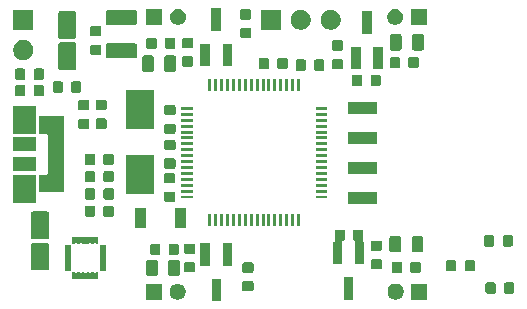
<source format=gbr>
G04 #@! TF.GenerationSoftware,KiCad,Pcbnew,(5.1.5)-3*
G04 #@! TF.CreationDate,2020-04-16T14:44:53-04:00*
G04 #@! TF.ProjectId,STM32_SMD_Quadcopter,53544d33-325f-4534-9d44-5f5175616463,rev?*
G04 #@! TF.SameCoordinates,PX2daf690PY1aab7d8*
G04 #@! TF.FileFunction,Soldermask,Top*
G04 #@! TF.FilePolarity,Negative*
%FSLAX46Y46*%
G04 Gerber Fmt 4.6, Leading zero omitted, Abs format (unit mm)*
G04 Created by KiCad (PCBNEW (5.1.5)-3) date 2020-04-16 14:44:53*
%MOMM*%
%LPD*%
G04 APERTURE LIST*
%ADD10C,0.100000*%
G04 APERTURE END LIST*
D10*
G36*
X18093600Y-25133600D02*
G01*
X17293600Y-25133600D01*
X17293600Y-23233600D01*
X18093600Y-23233600D01*
X18093600Y-25133600D01*
G37*
G36*
X29290000Y-25032000D02*
G01*
X28490000Y-25032000D01*
X28490000Y-23132000D01*
X29290000Y-23132000D01*
X29290000Y-25032000D01*
G37*
G36*
X13090889Y-25015102D02*
G01*
X11740889Y-25015102D01*
X11740889Y-23665102D01*
X13090889Y-23665102D01*
X13090889Y-25015102D01*
G37*
G36*
X14612778Y-23691041D02*
G01*
X14735620Y-23741924D01*
X14846176Y-23815795D01*
X14940196Y-23909815D01*
X15014067Y-24020371D01*
X15064950Y-24143213D01*
X15090889Y-24273619D01*
X15090889Y-24406585D01*
X15064950Y-24536991D01*
X15014067Y-24659833D01*
X14940196Y-24770389D01*
X14846176Y-24864409D01*
X14735620Y-24938280D01*
X14612778Y-24989163D01*
X14482372Y-25015102D01*
X14349406Y-25015102D01*
X14219000Y-24989163D01*
X14096158Y-24938280D01*
X13985602Y-24864409D01*
X13891582Y-24770389D01*
X13817711Y-24659833D01*
X13766828Y-24536991D01*
X13740889Y-24406585D01*
X13740889Y-24273619D01*
X13766828Y-24143213D01*
X13817711Y-24020371D01*
X13891582Y-23909815D01*
X13985602Y-23815795D01*
X14096158Y-23741924D01*
X14219000Y-23691041D01*
X14349406Y-23665102D01*
X14482372Y-23665102D01*
X14612778Y-23691041D01*
G37*
G36*
X33068492Y-23678623D02*
G01*
X33191334Y-23729506D01*
X33301890Y-23803377D01*
X33395910Y-23897397D01*
X33469781Y-24007953D01*
X33520664Y-24130795D01*
X33546603Y-24261201D01*
X33546603Y-24394167D01*
X33520664Y-24524573D01*
X33469781Y-24647415D01*
X33395910Y-24757971D01*
X33301890Y-24851991D01*
X33191334Y-24925862D01*
X33068492Y-24976745D01*
X32938086Y-25002684D01*
X32805120Y-25002684D01*
X32674714Y-24976745D01*
X32551872Y-24925862D01*
X32441316Y-24851991D01*
X32347296Y-24757971D01*
X32273425Y-24647415D01*
X32222542Y-24524573D01*
X32196603Y-24394167D01*
X32196603Y-24261201D01*
X32222542Y-24130795D01*
X32273425Y-24007953D01*
X32347296Y-23897397D01*
X32441316Y-23803377D01*
X32551872Y-23729506D01*
X32674714Y-23678623D01*
X32805120Y-23652684D01*
X32938086Y-23652684D01*
X33068492Y-23678623D01*
G37*
G36*
X35546603Y-25002684D02*
G01*
X34196603Y-25002684D01*
X34196603Y-23652684D01*
X35546603Y-23652684D01*
X35546603Y-25002684D01*
G37*
G36*
X42805916Y-23556995D02*
G01*
X42835111Y-23565852D01*
X42862023Y-23580237D01*
X42885608Y-23599592D01*
X42904963Y-23623177D01*
X42919348Y-23650089D01*
X42928205Y-23679284D01*
X42931800Y-23715790D01*
X42931800Y-24341010D01*
X42928205Y-24377516D01*
X42919348Y-24406711D01*
X42904963Y-24433623D01*
X42885608Y-24457208D01*
X42862023Y-24476563D01*
X42835111Y-24490948D01*
X42805916Y-24499805D01*
X42769410Y-24503400D01*
X42219190Y-24503400D01*
X42182684Y-24499805D01*
X42153489Y-24490948D01*
X42126577Y-24476563D01*
X42102992Y-24457208D01*
X42083637Y-24433623D01*
X42069252Y-24406711D01*
X42060395Y-24377516D01*
X42056800Y-24341010D01*
X42056800Y-23715790D01*
X42060395Y-23679284D01*
X42069252Y-23650089D01*
X42083637Y-23623177D01*
X42102992Y-23599592D01*
X42126577Y-23580237D01*
X42153489Y-23565852D01*
X42182684Y-23556995D01*
X42219190Y-23553400D01*
X42769410Y-23553400D01*
X42805916Y-23556995D01*
G37*
G36*
X41230916Y-23556995D02*
G01*
X41260111Y-23565852D01*
X41287023Y-23580237D01*
X41310608Y-23599592D01*
X41329963Y-23623177D01*
X41344348Y-23650089D01*
X41353205Y-23679284D01*
X41356800Y-23715790D01*
X41356800Y-24341010D01*
X41353205Y-24377516D01*
X41344348Y-24406711D01*
X41329963Y-24433623D01*
X41310608Y-24457208D01*
X41287023Y-24476563D01*
X41260111Y-24490948D01*
X41230916Y-24499805D01*
X41194410Y-24503400D01*
X40644190Y-24503400D01*
X40607684Y-24499805D01*
X40578489Y-24490948D01*
X40551577Y-24476563D01*
X40527992Y-24457208D01*
X40508637Y-24433623D01*
X40494252Y-24406711D01*
X40485395Y-24377516D01*
X40481800Y-24341010D01*
X40481800Y-23715790D01*
X40485395Y-23679284D01*
X40494252Y-23650089D01*
X40508637Y-23623177D01*
X40527992Y-23599592D01*
X40551577Y-23580237D01*
X40578489Y-23565852D01*
X40607684Y-23556995D01*
X40644190Y-23553400D01*
X41194410Y-23553400D01*
X41230916Y-23556995D01*
G37*
G36*
X20719916Y-23442195D02*
G01*
X20749111Y-23451052D01*
X20776023Y-23465437D01*
X20799608Y-23484792D01*
X20818963Y-23508377D01*
X20833348Y-23535289D01*
X20842205Y-23564484D01*
X20845800Y-23600990D01*
X20845800Y-24151210D01*
X20842205Y-24187716D01*
X20833348Y-24216911D01*
X20818963Y-24243823D01*
X20799608Y-24267408D01*
X20776023Y-24286763D01*
X20749111Y-24301148D01*
X20719916Y-24310005D01*
X20683410Y-24313600D01*
X20058190Y-24313600D01*
X20021684Y-24310005D01*
X19992489Y-24301148D01*
X19965577Y-24286763D01*
X19941992Y-24267408D01*
X19922637Y-24243823D01*
X19908252Y-24216911D01*
X19899395Y-24187716D01*
X19895800Y-24151210D01*
X19895800Y-23600990D01*
X19899395Y-23564484D01*
X19908252Y-23535289D01*
X19922637Y-23508377D01*
X19941992Y-23484792D01*
X19965577Y-23465437D01*
X19992489Y-23451052D01*
X20021684Y-23442195D01*
X20058190Y-23438600D01*
X20683410Y-23438600D01*
X20719916Y-23442195D01*
G37*
G36*
X5726445Y-22712009D02*
G01*
X5740698Y-22726263D01*
X5761072Y-22739877D01*
X5783711Y-22749255D01*
X5807744Y-22754037D01*
X5832248Y-22754038D01*
X5856281Y-22749258D01*
X5878920Y-22739881D01*
X5899295Y-22726268D01*
X5913554Y-22712009D01*
X5913643Y-22712000D01*
X6126357Y-22712000D01*
X6126445Y-22712009D01*
X6140698Y-22726263D01*
X6161072Y-22739877D01*
X6183711Y-22749255D01*
X6207744Y-22754037D01*
X6232248Y-22754038D01*
X6256281Y-22749258D01*
X6278920Y-22739881D01*
X6299295Y-22726268D01*
X6313554Y-22712009D01*
X6313643Y-22712000D01*
X6526357Y-22712000D01*
X6526445Y-22712009D01*
X6540698Y-22726263D01*
X6561072Y-22739877D01*
X6583711Y-22749255D01*
X6607744Y-22754037D01*
X6632248Y-22754038D01*
X6656281Y-22749258D01*
X6678920Y-22739881D01*
X6699295Y-22726268D01*
X6713554Y-22712009D01*
X6713643Y-22712000D01*
X6926357Y-22712000D01*
X6926445Y-22712009D01*
X6940698Y-22726263D01*
X6961072Y-22739877D01*
X6983711Y-22749255D01*
X7007744Y-22754037D01*
X7032248Y-22754038D01*
X7056281Y-22749258D01*
X7078920Y-22739881D01*
X7099295Y-22726268D01*
X7113554Y-22712009D01*
X7113643Y-22712000D01*
X7326357Y-22712000D01*
X7326445Y-22712009D01*
X7340698Y-22726263D01*
X7361072Y-22739877D01*
X7383711Y-22749255D01*
X7407744Y-22754037D01*
X7432248Y-22754038D01*
X7456281Y-22749258D01*
X7478920Y-22739881D01*
X7499295Y-22726268D01*
X7513554Y-22712009D01*
X7513643Y-22712000D01*
X7720000Y-22712000D01*
X7720000Y-23262000D01*
X7513643Y-23262000D01*
X7513555Y-23261991D01*
X7499302Y-23247737D01*
X7478928Y-23234123D01*
X7456289Y-23224745D01*
X7432256Y-23219963D01*
X7407752Y-23219962D01*
X7383719Y-23224742D01*
X7361080Y-23234119D01*
X7340705Y-23247732D01*
X7326446Y-23261991D01*
X7326357Y-23262000D01*
X7113643Y-23262000D01*
X7113555Y-23261991D01*
X7099302Y-23247737D01*
X7078928Y-23234123D01*
X7056289Y-23224745D01*
X7032256Y-23219963D01*
X7007752Y-23219962D01*
X6983719Y-23224742D01*
X6961080Y-23234119D01*
X6940705Y-23247732D01*
X6926446Y-23261991D01*
X6926357Y-23262000D01*
X6713643Y-23262000D01*
X6713555Y-23261991D01*
X6699302Y-23247737D01*
X6678928Y-23234123D01*
X6656289Y-23224745D01*
X6632256Y-23219963D01*
X6607752Y-23219962D01*
X6583719Y-23224742D01*
X6561080Y-23234119D01*
X6540705Y-23247732D01*
X6526446Y-23261991D01*
X6526357Y-23262000D01*
X6313643Y-23262000D01*
X6313555Y-23261991D01*
X6299302Y-23247737D01*
X6278928Y-23234123D01*
X6256289Y-23224745D01*
X6232256Y-23219963D01*
X6207752Y-23219962D01*
X6183719Y-23224742D01*
X6161080Y-23234119D01*
X6140705Y-23247732D01*
X6126446Y-23261991D01*
X6126357Y-23262000D01*
X5913643Y-23262000D01*
X5913555Y-23261991D01*
X5899302Y-23247737D01*
X5878928Y-23234123D01*
X5856289Y-23224745D01*
X5832256Y-23219963D01*
X5807752Y-23219962D01*
X5783719Y-23224742D01*
X5761080Y-23234119D01*
X5740705Y-23247732D01*
X5726446Y-23261991D01*
X5726357Y-23262000D01*
X5520000Y-23262000D01*
X5520000Y-22712000D01*
X5726357Y-22712000D01*
X5726445Y-22712009D01*
G37*
G36*
X14461591Y-21630675D02*
G01*
X14495479Y-21640955D01*
X14526712Y-21657650D01*
X14554086Y-21680114D01*
X14576550Y-21707488D01*
X14593245Y-21738721D01*
X14603525Y-21772609D01*
X14607600Y-21813988D01*
X14607600Y-22839212D01*
X14603525Y-22880591D01*
X14593245Y-22914479D01*
X14576550Y-22945712D01*
X14554086Y-22973086D01*
X14526712Y-22995550D01*
X14495479Y-23012245D01*
X14461591Y-23022525D01*
X14420212Y-23026600D01*
X13819988Y-23026600D01*
X13778609Y-23022525D01*
X13744721Y-23012245D01*
X13713488Y-22995550D01*
X13686114Y-22973086D01*
X13663650Y-22945712D01*
X13646955Y-22914479D01*
X13636675Y-22880591D01*
X13632600Y-22839212D01*
X13632600Y-21813988D01*
X13636675Y-21772609D01*
X13646955Y-21738721D01*
X13663650Y-21707488D01*
X13686114Y-21680114D01*
X13713488Y-21657650D01*
X13744721Y-21640955D01*
X13778609Y-21630675D01*
X13819988Y-21626600D01*
X14420212Y-21626600D01*
X14461591Y-21630675D01*
G37*
G36*
X12586591Y-21630675D02*
G01*
X12620479Y-21640955D01*
X12651712Y-21657650D01*
X12679086Y-21680114D01*
X12701550Y-21707488D01*
X12718245Y-21738721D01*
X12728525Y-21772609D01*
X12732600Y-21813988D01*
X12732600Y-22839212D01*
X12728525Y-22880591D01*
X12718245Y-22914479D01*
X12701550Y-22945712D01*
X12679086Y-22973086D01*
X12651712Y-22995550D01*
X12620479Y-23012245D01*
X12586591Y-23022525D01*
X12545212Y-23026600D01*
X11944988Y-23026600D01*
X11903609Y-23022525D01*
X11869721Y-23012245D01*
X11838488Y-22995550D01*
X11811114Y-22973086D01*
X11788650Y-22945712D01*
X11771955Y-22914479D01*
X11761675Y-22880591D01*
X11757600Y-22839212D01*
X11757600Y-21813988D01*
X11761675Y-21772609D01*
X11771955Y-21738721D01*
X11788650Y-21707488D01*
X11811114Y-21680114D01*
X11838488Y-21657650D01*
X11869721Y-21640955D01*
X11903609Y-21630675D01*
X11944988Y-21626600D01*
X12545212Y-21626600D01*
X12586591Y-21630675D01*
G37*
G36*
X33306216Y-21804395D02*
G01*
X33335411Y-21813252D01*
X33362323Y-21827637D01*
X33385908Y-21846992D01*
X33405263Y-21870577D01*
X33419648Y-21897489D01*
X33428505Y-21926684D01*
X33432100Y-21963190D01*
X33432100Y-22588410D01*
X33428505Y-22624916D01*
X33419648Y-22654111D01*
X33405263Y-22681023D01*
X33385908Y-22704608D01*
X33362323Y-22723963D01*
X33335411Y-22738348D01*
X33306216Y-22747205D01*
X33269710Y-22750800D01*
X32719490Y-22750800D01*
X32682984Y-22747205D01*
X32653789Y-22738348D01*
X32626877Y-22723963D01*
X32603292Y-22704608D01*
X32583937Y-22681023D01*
X32569552Y-22654111D01*
X32560695Y-22624916D01*
X32557100Y-22588410D01*
X32557100Y-21963190D01*
X32560695Y-21926684D01*
X32569552Y-21897489D01*
X32583937Y-21870577D01*
X32603292Y-21846992D01*
X32626877Y-21827637D01*
X32653789Y-21813252D01*
X32682984Y-21804395D01*
X32719490Y-21800800D01*
X33269710Y-21800800D01*
X33306216Y-21804395D01*
G37*
G36*
X34881216Y-21804395D02*
G01*
X34910411Y-21813252D01*
X34937323Y-21827637D01*
X34960908Y-21846992D01*
X34980263Y-21870577D01*
X34994648Y-21897489D01*
X35003505Y-21926684D01*
X35007100Y-21963190D01*
X35007100Y-22588410D01*
X35003505Y-22624916D01*
X34994648Y-22654111D01*
X34980263Y-22681023D01*
X34960908Y-22704608D01*
X34937323Y-22723963D01*
X34910411Y-22738348D01*
X34881216Y-22747205D01*
X34844710Y-22750800D01*
X34294490Y-22750800D01*
X34257984Y-22747205D01*
X34228789Y-22738348D01*
X34201877Y-22723963D01*
X34178292Y-22704608D01*
X34158937Y-22681023D01*
X34144552Y-22654111D01*
X34135695Y-22624916D01*
X34132100Y-22588410D01*
X34132100Y-21963190D01*
X34135695Y-21926684D01*
X34144552Y-21897489D01*
X34158937Y-21870577D01*
X34178292Y-21846992D01*
X34201877Y-21827637D01*
X34228789Y-21813252D01*
X34257984Y-21804395D01*
X34294490Y-21800800D01*
X34844710Y-21800800D01*
X34881216Y-21804395D01*
G37*
G36*
X20719916Y-21867195D02*
G01*
X20749111Y-21876052D01*
X20776023Y-21890437D01*
X20799608Y-21909792D01*
X20818963Y-21933377D01*
X20833348Y-21960289D01*
X20842205Y-21989484D01*
X20845800Y-22025990D01*
X20845800Y-22576210D01*
X20842205Y-22612716D01*
X20833348Y-22641911D01*
X20818963Y-22668823D01*
X20799608Y-22692408D01*
X20776023Y-22711763D01*
X20749111Y-22726148D01*
X20719916Y-22735005D01*
X20683410Y-22738600D01*
X20058190Y-22738600D01*
X20021684Y-22735005D01*
X19992489Y-22726148D01*
X19965577Y-22711763D01*
X19941992Y-22692408D01*
X19922637Y-22668823D01*
X19908252Y-22641911D01*
X19899395Y-22612716D01*
X19895800Y-22576210D01*
X19895800Y-22025990D01*
X19899395Y-21989484D01*
X19908252Y-21960289D01*
X19922637Y-21933377D01*
X19941992Y-21909792D01*
X19965577Y-21890437D01*
X19992489Y-21876052D01*
X20021684Y-21867195D01*
X20058190Y-21863600D01*
X20683410Y-21863600D01*
X20719916Y-21867195D01*
G37*
G36*
X15792316Y-21841995D02*
G01*
X15821511Y-21850852D01*
X15848423Y-21865237D01*
X15872008Y-21884592D01*
X15891363Y-21908177D01*
X15905748Y-21935089D01*
X15914605Y-21964284D01*
X15918200Y-22000790D01*
X15918200Y-22551010D01*
X15914605Y-22587516D01*
X15905748Y-22616711D01*
X15891363Y-22643623D01*
X15872008Y-22667208D01*
X15848423Y-22686563D01*
X15821511Y-22700948D01*
X15792316Y-22709805D01*
X15755810Y-22713400D01*
X15130590Y-22713400D01*
X15094084Y-22709805D01*
X15064889Y-22700948D01*
X15037977Y-22686563D01*
X15014392Y-22667208D01*
X14995037Y-22643623D01*
X14980652Y-22616711D01*
X14971795Y-22587516D01*
X14968200Y-22551010D01*
X14968200Y-22000790D01*
X14971795Y-21964284D01*
X14980652Y-21935089D01*
X14995037Y-21908177D01*
X15014392Y-21884592D01*
X15037977Y-21865237D01*
X15064889Y-21850852D01*
X15094084Y-21841995D01*
X15130590Y-21838400D01*
X15755810Y-21838400D01*
X15792316Y-21841995D01*
G37*
G36*
X39478416Y-21677395D02*
G01*
X39507611Y-21686252D01*
X39534523Y-21700637D01*
X39558108Y-21719992D01*
X39577463Y-21743577D01*
X39591848Y-21770489D01*
X39600705Y-21799684D01*
X39604300Y-21836190D01*
X39604300Y-22461410D01*
X39600705Y-22497916D01*
X39591848Y-22527111D01*
X39577463Y-22554023D01*
X39558108Y-22577608D01*
X39534523Y-22596963D01*
X39507611Y-22611348D01*
X39478416Y-22620205D01*
X39441910Y-22623800D01*
X38891690Y-22623800D01*
X38855184Y-22620205D01*
X38825989Y-22611348D01*
X38799077Y-22596963D01*
X38775492Y-22577608D01*
X38756137Y-22554023D01*
X38741752Y-22527111D01*
X38732895Y-22497916D01*
X38729300Y-22461410D01*
X38729300Y-21836190D01*
X38732895Y-21799684D01*
X38741752Y-21770489D01*
X38756137Y-21743577D01*
X38775492Y-21719992D01*
X38799077Y-21700637D01*
X38825989Y-21686252D01*
X38855184Y-21677395D01*
X38891690Y-21673800D01*
X39441910Y-21673800D01*
X39478416Y-21677395D01*
G37*
G36*
X37903416Y-21677395D02*
G01*
X37932611Y-21686252D01*
X37959523Y-21700637D01*
X37983108Y-21719992D01*
X38002463Y-21743577D01*
X38016848Y-21770489D01*
X38025705Y-21799684D01*
X38029300Y-21836190D01*
X38029300Y-22461410D01*
X38025705Y-22497916D01*
X38016848Y-22527111D01*
X38002463Y-22554023D01*
X37983108Y-22577608D01*
X37959523Y-22596963D01*
X37932611Y-22611348D01*
X37903416Y-22620205D01*
X37866910Y-22623800D01*
X37316690Y-22623800D01*
X37280184Y-22620205D01*
X37250989Y-22611348D01*
X37224077Y-22596963D01*
X37200492Y-22577608D01*
X37181137Y-22554023D01*
X37166752Y-22527111D01*
X37157895Y-22497916D01*
X37154300Y-22461410D01*
X37154300Y-21836190D01*
X37157895Y-21799684D01*
X37166752Y-21770489D01*
X37181137Y-21743577D01*
X37200492Y-21719992D01*
X37224077Y-21700637D01*
X37250989Y-21686252D01*
X37280184Y-21677395D01*
X37316690Y-21673800D01*
X37866910Y-21673800D01*
X37903416Y-21677395D01*
G37*
G36*
X8395000Y-20593357D02*
G01*
X8394991Y-20593445D01*
X8380737Y-20607698D01*
X8367123Y-20628072D01*
X8357745Y-20650711D01*
X8352963Y-20674744D01*
X8352962Y-20699248D01*
X8357742Y-20723281D01*
X8367119Y-20745920D01*
X8380732Y-20766295D01*
X8394991Y-20780554D01*
X8395000Y-20780643D01*
X8395000Y-20993357D01*
X8394991Y-20993445D01*
X8380737Y-21007698D01*
X8367123Y-21028072D01*
X8357745Y-21050711D01*
X8352963Y-21074744D01*
X8352962Y-21099248D01*
X8357742Y-21123281D01*
X8367119Y-21145920D01*
X8380732Y-21166295D01*
X8394991Y-21180554D01*
X8395000Y-21180643D01*
X8395000Y-21393357D01*
X8394991Y-21393445D01*
X8380737Y-21407698D01*
X8367123Y-21428072D01*
X8357745Y-21450711D01*
X8352963Y-21474744D01*
X8352962Y-21499248D01*
X8357742Y-21523281D01*
X8367119Y-21545920D01*
X8380732Y-21566295D01*
X8394991Y-21580554D01*
X8395000Y-21580643D01*
X8395000Y-21793357D01*
X8394991Y-21793445D01*
X8380737Y-21807698D01*
X8367123Y-21828072D01*
X8357745Y-21850711D01*
X8352963Y-21874744D01*
X8352962Y-21899248D01*
X8357742Y-21923281D01*
X8367119Y-21945920D01*
X8380732Y-21966295D01*
X8394991Y-21980554D01*
X8395000Y-21980643D01*
X8395000Y-22193357D01*
X8394991Y-22193445D01*
X8380737Y-22207698D01*
X8367123Y-22228072D01*
X8357745Y-22250711D01*
X8352963Y-22274744D01*
X8352962Y-22299248D01*
X8357742Y-22323281D01*
X8367119Y-22345920D01*
X8380732Y-22366295D01*
X8394991Y-22380554D01*
X8395000Y-22380643D01*
X8395000Y-22587000D01*
X7845000Y-22587000D01*
X7845000Y-22380643D01*
X7845009Y-22380555D01*
X7859263Y-22366302D01*
X7872877Y-22345928D01*
X7882255Y-22323289D01*
X7887037Y-22299256D01*
X7887038Y-22274752D01*
X7882258Y-22250719D01*
X7872881Y-22228080D01*
X7859268Y-22207705D01*
X7845009Y-22193446D01*
X7845000Y-22193357D01*
X7845000Y-21980643D01*
X7845009Y-21980555D01*
X7859263Y-21966302D01*
X7872877Y-21945928D01*
X7882255Y-21923289D01*
X7887037Y-21899256D01*
X7887038Y-21874752D01*
X7882258Y-21850719D01*
X7872881Y-21828080D01*
X7859268Y-21807705D01*
X7845009Y-21793446D01*
X7845000Y-21793357D01*
X7845000Y-21580643D01*
X7845009Y-21580555D01*
X7859263Y-21566302D01*
X7872877Y-21545928D01*
X7882255Y-21523289D01*
X7887037Y-21499256D01*
X7887038Y-21474752D01*
X7882258Y-21450719D01*
X7872881Y-21428080D01*
X7859268Y-21407705D01*
X7845009Y-21393446D01*
X7845000Y-21393357D01*
X7845000Y-21180643D01*
X7845009Y-21180555D01*
X7859263Y-21166302D01*
X7872877Y-21145928D01*
X7882255Y-21123289D01*
X7887037Y-21099256D01*
X7887038Y-21074752D01*
X7882258Y-21050719D01*
X7872881Y-21028080D01*
X7859268Y-21007705D01*
X7845009Y-20993446D01*
X7845000Y-20993357D01*
X7845000Y-20780643D01*
X7845009Y-20780555D01*
X7859263Y-20766302D01*
X7872877Y-20745928D01*
X7882255Y-20723289D01*
X7887037Y-20699256D01*
X7887038Y-20674752D01*
X7882258Y-20650719D01*
X7872881Y-20628080D01*
X7859268Y-20607705D01*
X7845009Y-20593446D01*
X7845000Y-20593357D01*
X7845000Y-20387000D01*
X8395000Y-20387000D01*
X8395000Y-20593357D01*
G37*
G36*
X5395000Y-20593357D02*
G01*
X5394991Y-20593445D01*
X5380737Y-20607698D01*
X5367123Y-20628072D01*
X5357745Y-20650711D01*
X5352963Y-20674744D01*
X5352962Y-20699248D01*
X5357742Y-20723281D01*
X5367119Y-20745920D01*
X5380732Y-20766295D01*
X5394991Y-20780554D01*
X5395000Y-20780643D01*
X5395000Y-20993357D01*
X5394991Y-20993445D01*
X5380737Y-21007698D01*
X5367123Y-21028072D01*
X5357745Y-21050711D01*
X5352963Y-21074744D01*
X5352962Y-21099248D01*
X5357742Y-21123281D01*
X5367119Y-21145920D01*
X5380732Y-21166295D01*
X5394991Y-21180554D01*
X5395000Y-21180643D01*
X5395000Y-21393357D01*
X5394991Y-21393445D01*
X5380737Y-21407698D01*
X5367123Y-21428072D01*
X5357745Y-21450711D01*
X5352963Y-21474744D01*
X5352962Y-21499248D01*
X5357742Y-21523281D01*
X5367119Y-21545920D01*
X5380732Y-21566295D01*
X5394991Y-21580554D01*
X5395000Y-21580643D01*
X5395000Y-21793357D01*
X5394991Y-21793445D01*
X5380737Y-21807698D01*
X5367123Y-21828072D01*
X5357745Y-21850711D01*
X5352963Y-21874744D01*
X5352962Y-21899248D01*
X5357742Y-21923281D01*
X5367119Y-21945920D01*
X5380732Y-21966295D01*
X5394991Y-21980554D01*
X5395000Y-21980643D01*
X5395000Y-22193357D01*
X5394991Y-22193445D01*
X5380737Y-22207698D01*
X5367123Y-22228072D01*
X5357745Y-22250711D01*
X5352963Y-22274744D01*
X5352962Y-22299248D01*
X5357742Y-22323281D01*
X5367119Y-22345920D01*
X5380732Y-22366295D01*
X5394991Y-22380554D01*
X5395000Y-22380643D01*
X5395000Y-22587000D01*
X4845000Y-22587000D01*
X4845000Y-22380643D01*
X4845009Y-22380555D01*
X4859263Y-22366302D01*
X4872877Y-22345928D01*
X4882255Y-22323289D01*
X4887037Y-22299256D01*
X4887038Y-22274752D01*
X4882258Y-22250719D01*
X4872881Y-22228080D01*
X4859268Y-22207705D01*
X4845009Y-22193446D01*
X4845000Y-22193357D01*
X4845000Y-21980643D01*
X4845009Y-21980555D01*
X4859263Y-21966302D01*
X4872877Y-21945928D01*
X4882255Y-21923289D01*
X4887037Y-21899256D01*
X4887038Y-21874752D01*
X4882258Y-21850719D01*
X4872881Y-21828080D01*
X4859268Y-21807705D01*
X4845009Y-21793446D01*
X4845000Y-21793357D01*
X4845000Y-21580643D01*
X4845009Y-21580555D01*
X4859263Y-21566302D01*
X4872877Y-21545928D01*
X4882255Y-21523289D01*
X4887037Y-21499256D01*
X4887038Y-21474752D01*
X4882258Y-21450719D01*
X4872881Y-21428080D01*
X4859268Y-21407705D01*
X4845009Y-21393446D01*
X4845000Y-21393357D01*
X4845000Y-21180643D01*
X4845009Y-21180555D01*
X4859263Y-21166302D01*
X4872877Y-21145928D01*
X4882255Y-21123289D01*
X4887037Y-21099256D01*
X4887038Y-21074752D01*
X4882258Y-21050719D01*
X4872881Y-21028080D01*
X4859268Y-21007705D01*
X4845009Y-20993446D01*
X4845000Y-20993357D01*
X4845000Y-20780643D01*
X4845009Y-20780555D01*
X4859263Y-20766302D01*
X4872877Y-20745928D01*
X4882255Y-20723289D01*
X4887037Y-20699256D01*
X4887038Y-20674752D01*
X4882258Y-20650719D01*
X4872881Y-20628080D01*
X4859268Y-20607705D01*
X4845009Y-20593446D01*
X4845000Y-20593357D01*
X4845000Y-20387000D01*
X5395000Y-20387000D01*
X5395000Y-20593357D01*
G37*
G36*
X3384331Y-20198595D02*
G01*
X3415479Y-20208044D01*
X3444193Y-20223392D01*
X3469357Y-20244043D01*
X3490008Y-20269207D01*
X3505356Y-20297921D01*
X3514805Y-20329069D01*
X3518600Y-20367606D01*
X3518600Y-22371994D01*
X3514805Y-22410531D01*
X3505356Y-22441679D01*
X3490008Y-22470393D01*
X3469357Y-22495557D01*
X3444193Y-22516208D01*
X3415479Y-22531556D01*
X3384331Y-22541005D01*
X3345794Y-22544800D01*
X2191406Y-22544800D01*
X2152869Y-22541005D01*
X2121721Y-22531556D01*
X2093007Y-22516208D01*
X2067843Y-22495557D01*
X2047192Y-22470393D01*
X2031844Y-22441679D01*
X2022395Y-22410531D01*
X2018600Y-22371994D01*
X2018600Y-20367606D01*
X2022395Y-20329069D01*
X2031844Y-20297921D01*
X2047192Y-20269207D01*
X2067843Y-20244043D01*
X2093007Y-20223392D01*
X2121721Y-20208044D01*
X2152869Y-20198595D01*
X2191406Y-20194800D01*
X3345794Y-20194800D01*
X3384331Y-20198595D01*
G37*
G36*
X31591116Y-21588095D02*
G01*
X31620311Y-21596952D01*
X31647223Y-21611337D01*
X31670808Y-21630692D01*
X31690163Y-21654277D01*
X31704548Y-21681189D01*
X31713405Y-21710384D01*
X31717000Y-21746890D01*
X31717000Y-22297110D01*
X31713405Y-22333616D01*
X31704548Y-22362811D01*
X31690163Y-22389723D01*
X31670808Y-22413308D01*
X31647223Y-22432663D01*
X31620311Y-22447048D01*
X31591116Y-22455905D01*
X31554610Y-22459500D01*
X30929390Y-22459500D01*
X30892884Y-22455905D01*
X30863689Y-22447048D01*
X30836777Y-22432663D01*
X30813192Y-22413308D01*
X30793837Y-22389723D01*
X30779452Y-22362811D01*
X30770595Y-22333616D01*
X30767000Y-22297110D01*
X30767000Y-21746890D01*
X30770595Y-21710384D01*
X30779452Y-21681189D01*
X30793837Y-21654277D01*
X30813192Y-21630692D01*
X30836777Y-21611337D01*
X30863689Y-21596952D01*
X30892884Y-21588095D01*
X30929390Y-21584500D01*
X31554610Y-21584500D01*
X31591116Y-21588095D01*
G37*
G36*
X19043600Y-22133600D02*
G01*
X18243600Y-22133600D01*
X18243600Y-20233600D01*
X19043600Y-20233600D01*
X19043600Y-22133600D01*
G37*
G36*
X17143600Y-22133600D02*
G01*
X16343600Y-22133600D01*
X16343600Y-20233600D01*
X17143600Y-20233600D01*
X17143600Y-22133600D01*
G37*
G36*
X28454616Y-19086595D02*
G01*
X28483811Y-19095452D01*
X28510723Y-19109837D01*
X28534308Y-19129192D01*
X28553663Y-19152777D01*
X28568048Y-19179689D01*
X28576905Y-19208884D01*
X28580500Y-19245390D01*
X28580500Y-19870610D01*
X28576905Y-19907116D01*
X28568048Y-19936311D01*
X28553663Y-19963223D01*
X28534308Y-19986808D01*
X28510723Y-20006163D01*
X28483811Y-20020548D01*
X28454616Y-20029405D01*
X28452744Y-20029589D01*
X28428711Y-20034370D01*
X28406073Y-20043748D01*
X28385698Y-20057362D01*
X28368372Y-20074690D01*
X28354758Y-20095064D01*
X28345382Y-20117703D01*
X28340000Y-20153986D01*
X28340000Y-22032000D01*
X27540000Y-22032000D01*
X27540000Y-20132000D01*
X27614001Y-20132000D01*
X27638387Y-20129598D01*
X27661836Y-20122485D01*
X27683447Y-20110934D01*
X27702389Y-20095389D01*
X27717934Y-20076447D01*
X27729485Y-20054836D01*
X27736598Y-20031387D01*
X27739000Y-20007001D01*
X27736598Y-19982615D01*
X27724242Y-19948080D01*
X27717952Y-19936312D01*
X27709095Y-19907116D01*
X27705500Y-19870610D01*
X27705500Y-19245390D01*
X27709095Y-19208884D01*
X27717952Y-19179689D01*
X27732337Y-19152777D01*
X27751692Y-19129192D01*
X27775277Y-19109837D01*
X27802189Y-19095452D01*
X27831384Y-19086595D01*
X27867890Y-19083000D01*
X28418110Y-19083000D01*
X28454616Y-19086595D01*
G37*
G36*
X30029616Y-19086595D02*
G01*
X30058811Y-19095452D01*
X30085723Y-19109837D01*
X30109308Y-19129192D01*
X30128663Y-19152777D01*
X30143048Y-19179689D01*
X30151905Y-19208884D01*
X30155500Y-19245390D01*
X30155500Y-19870610D01*
X30151905Y-19907116D01*
X30143048Y-19936312D01*
X30136758Y-19948080D01*
X30127382Y-19970719D01*
X30122602Y-19994752D01*
X30122602Y-20019256D01*
X30127383Y-20043289D01*
X30136761Y-20065928D01*
X30150375Y-20086302D01*
X30167703Y-20103628D01*
X30188078Y-20117242D01*
X30210717Y-20126618D01*
X30240000Y-20130962D01*
X30240000Y-22032000D01*
X29440000Y-22032000D01*
X29440000Y-20129043D01*
X29437598Y-20104657D01*
X29430485Y-20081208D01*
X29418934Y-20059597D01*
X29403389Y-20040655D01*
X29384447Y-20025110D01*
X29373924Y-20018803D01*
X29350277Y-20006164D01*
X29326692Y-19986808D01*
X29307337Y-19963223D01*
X29292952Y-19936311D01*
X29284095Y-19907116D01*
X29280500Y-19870610D01*
X29280500Y-19245390D01*
X29284095Y-19208884D01*
X29292952Y-19179689D01*
X29307337Y-19152777D01*
X29326692Y-19129192D01*
X29350277Y-19109837D01*
X29377189Y-19095452D01*
X29406384Y-19086595D01*
X29442890Y-19083000D01*
X29993110Y-19083000D01*
X30029616Y-19086595D01*
G37*
G36*
X14408816Y-20280395D02*
G01*
X14438011Y-20289252D01*
X14464923Y-20303637D01*
X14488508Y-20322992D01*
X14507863Y-20346577D01*
X14522248Y-20373489D01*
X14531105Y-20402684D01*
X14534700Y-20439190D01*
X14534700Y-21064410D01*
X14531105Y-21100916D01*
X14522248Y-21130111D01*
X14507863Y-21157023D01*
X14488508Y-21180608D01*
X14464923Y-21199963D01*
X14438011Y-21214348D01*
X14408816Y-21223205D01*
X14372310Y-21226800D01*
X13822090Y-21226800D01*
X13785584Y-21223205D01*
X13756389Y-21214348D01*
X13729477Y-21199963D01*
X13705892Y-21180608D01*
X13686537Y-21157023D01*
X13672152Y-21130111D01*
X13663295Y-21100916D01*
X13659700Y-21064410D01*
X13659700Y-20439190D01*
X13663295Y-20402684D01*
X13672152Y-20373489D01*
X13686537Y-20346577D01*
X13705892Y-20322992D01*
X13729477Y-20303637D01*
X13756389Y-20289252D01*
X13785584Y-20280395D01*
X13822090Y-20276800D01*
X14372310Y-20276800D01*
X14408816Y-20280395D01*
G37*
G36*
X12833816Y-20280395D02*
G01*
X12863011Y-20289252D01*
X12889923Y-20303637D01*
X12913508Y-20322992D01*
X12932863Y-20346577D01*
X12947248Y-20373489D01*
X12956105Y-20402684D01*
X12959700Y-20439190D01*
X12959700Y-21064410D01*
X12956105Y-21100916D01*
X12947248Y-21130111D01*
X12932863Y-21157023D01*
X12913508Y-21180608D01*
X12889923Y-21199963D01*
X12863011Y-21214348D01*
X12833816Y-21223205D01*
X12797310Y-21226800D01*
X12247090Y-21226800D01*
X12210584Y-21223205D01*
X12181389Y-21214348D01*
X12154477Y-21199963D01*
X12130892Y-21180608D01*
X12111537Y-21157023D01*
X12097152Y-21130111D01*
X12088295Y-21100916D01*
X12084700Y-21064410D01*
X12084700Y-20439190D01*
X12088295Y-20402684D01*
X12097152Y-20373489D01*
X12111537Y-20346577D01*
X12130892Y-20322992D01*
X12154477Y-20303637D01*
X12181389Y-20289252D01*
X12210584Y-20280395D01*
X12247090Y-20276800D01*
X12797310Y-20276800D01*
X12833816Y-20280395D01*
G37*
G36*
X15792316Y-20266995D02*
G01*
X15821511Y-20275852D01*
X15848423Y-20290237D01*
X15872008Y-20309592D01*
X15891363Y-20333177D01*
X15905748Y-20360089D01*
X15914605Y-20389284D01*
X15918200Y-20425790D01*
X15918200Y-20976010D01*
X15914605Y-21012516D01*
X15905748Y-21041711D01*
X15891363Y-21068623D01*
X15872008Y-21092208D01*
X15848423Y-21111563D01*
X15821511Y-21125948D01*
X15792316Y-21134805D01*
X15755810Y-21138400D01*
X15130590Y-21138400D01*
X15094084Y-21134805D01*
X15064889Y-21125948D01*
X15037977Y-21111563D01*
X15014392Y-21092208D01*
X14995037Y-21068623D01*
X14980652Y-21041711D01*
X14971795Y-21012516D01*
X14968200Y-20976010D01*
X14968200Y-20425790D01*
X14971795Y-20389284D01*
X14980652Y-20360089D01*
X14995037Y-20333177D01*
X15014392Y-20309592D01*
X15037977Y-20290237D01*
X15064889Y-20275852D01*
X15094084Y-20266995D01*
X15130590Y-20263400D01*
X15755810Y-20263400D01*
X15792316Y-20266995D01*
G37*
G36*
X35060991Y-19624075D02*
G01*
X35094879Y-19634355D01*
X35126112Y-19651050D01*
X35153486Y-19673514D01*
X35175950Y-19700888D01*
X35192645Y-19732121D01*
X35202925Y-19766009D01*
X35207000Y-19807388D01*
X35207000Y-20832612D01*
X35202925Y-20873991D01*
X35192645Y-20907879D01*
X35175950Y-20939112D01*
X35153486Y-20966486D01*
X35126112Y-20988950D01*
X35094879Y-21005645D01*
X35060991Y-21015925D01*
X35019612Y-21020000D01*
X34419388Y-21020000D01*
X34378009Y-21015925D01*
X34344121Y-21005645D01*
X34312888Y-20988950D01*
X34285514Y-20966486D01*
X34263050Y-20939112D01*
X34246355Y-20907879D01*
X34236075Y-20873991D01*
X34232000Y-20832612D01*
X34232000Y-19807388D01*
X34236075Y-19766009D01*
X34246355Y-19732121D01*
X34263050Y-19700888D01*
X34285514Y-19673514D01*
X34312888Y-19651050D01*
X34344121Y-19634355D01*
X34378009Y-19624075D01*
X34419388Y-19620000D01*
X35019612Y-19620000D01*
X35060991Y-19624075D01*
G37*
G36*
X33185991Y-19624075D02*
G01*
X33219879Y-19634355D01*
X33251112Y-19651050D01*
X33278486Y-19673514D01*
X33300950Y-19700888D01*
X33317645Y-19732121D01*
X33327925Y-19766009D01*
X33332000Y-19807388D01*
X33332000Y-20832612D01*
X33327925Y-20873991D01*
X33317645Y-20907879D01*
X33300950Y-20939112D01*
X33278486Y-20966486D01*
X33251112Y-20988950D01*
X33219879Y-21005645D01*
X33185991Y-21015925D01*
X33144612Y-21020000D01*
X32544388Y-21020000D01*
X32503009Y-21015925D01*
X32469121Y-21005645D01*
X32437888Y-20988950D01*
X32410514Y-20966486D01*
X32388050Y-20939112D01*
X32371355Y-20907879D01*
X32361075Y-20873991D01*
X32357000Y-20832612D01*
X32357000Y-19807388D01*
X32361075Y-19766009D01*
X32371355Y-19732121D01*
X32388050Y-19700888D01*
X32410514Y-19673514D01*
X32437888Y-19651050D01*
X32469121Y-19634355D01*
X32503009Y-19624075D01*
X32544388Y-19620000D01*
X33144612Y-19620000D01*
X33185991Y-19624075D01*
G37*
G36*
X31591116Y-20013095D02*
G01*
X31620311Y-20021952D01*
X31647223Y-20036337D01*
X31670808Y-20055692D01*
X31690163Y-20079277D01*
X31704548Y-20106189D01*
X31713405Y-20135384D01*
X31717000Y-20171890D01*
X31717000Y-20722110D01*
X31713405Y-20758616D01*
X31704548Y-20787811D01*
X31690163Y-20814723D01*
X31670808Y-20838308D01*
X31647223Y-20857663D01*
X31620311Y-20872048D01*
X31591116Y-20880905D01*
X31554610Y-20884500D01*
X30929390Y-20884500D01*
X30892884Y-20880905D01*
X30863689Y-20872048D01*
X30836777Y-20857663D01*
X30813192Y-20838308D01*
X30793837Y-20814723D01*
X30779452Y-20787811D01*
X30770595Y-20758616D01*
X30767000Y-20722110D01*
X30767000Y-20171890D01*
X30770595Y-20135384D01*
X30779452Y-20106189D01*
X30793837Y-20079277D01*
X30813192Y-20055692D01*
X30836777Y-20036337D01*
X30863689Y-20021952D01*
X30892884Y-20013095D01*
X30929390Y-20009500D01*
X31554610Y-20009500D01*
X31591116Y-20013095D01*
G37*
G36*
X42678816Y-19569195D02*
G01*
X42708011Y-19578052D01*
X42734923Y-19592437D01*
X42758508Y-19611792D01*
X42777863Y-19635377D01*
X42792248Y-19662289D01*
X42801105Y-19691484D01*
X42804700Y-19727990D01*
X42804700Y-20353210D01*
X42801105Y-20389716D01*
X42792248Y-20418911D01*
X42777863Y-20445823D01*
X42758508Y-20469408D01*
X42734923Y-20488763D01*
X42708011Y-20503148D01*
X42678816Y-20512005D01*
X42642310Y-20515600D01*
X42092090Y-20515600D01*
X42055584Y-20512005D01*
X42026389Y-20503148D01*
X41999477Y-20488763D01*
X41975892Y-20469408D01*
X41956537Y-20445823D01*
X41942152Y-20418911D01*
X41933295Y-20389716D01*
X41929700Y-20353210D01*
X41929700Y-19727990D01*
X41933295Y-19691484D01*
X41942152Y-19662289D01*
X41956537Y-19635377D01*
X41975892Y-19611792D01*
X41999477Y-19592437D01*
X42026389Y-19578052D01*
X42055584Y-19569195D01*
X42092090Y-19565600D01*
X42642310Y-19565600D01*
X42678816Y-19569195D01*
G37*
G36*
X41103816Y-19569195D02*
G01*
X41133011Y-19578052D01*
X41159923Y-19592437D01*
X41183508Y-19611792D01*
X41202863Y-19635377D01*
X41217248Y-19662289D01*
X41226105Y-19691484D01*
X41229700Y-19727990D01*
X41229700Y-20353210D01*
X41226105Y-20389716D01*
X41217248Y-20418911D01*
X41202863Y-20445823D01*
X41183508Y-20469408D01*
X41159923Y-20488763D01*
X41133011Y-20503148D01*
X41103816Y-20512005D01*
X41067310Y-20515600D01*
X40517090Y-20515600D01*
X40480584Y-20512005D01*
X40451389Y-20503148D01*
X40424477Y-20488763D01*
X40400892Y-20469408D01*
X40381537Y-20445823D01*
X40367152Y-20418911D01*
X40358295Y-20389716D01*
X40354700Y-20353210D01*
X40354700Y-19727990D01*
X40358295Y-19691484D01*
X40367152Y-19662289D01*
X40381537Y-19635377D01*
X40400892Y-19611792D01*
X40424477Y-19592437D01*
X40451389Y-19578052D01*
X40480584Y-19569195D01*
X40517090Y-19565600D01*
X41067310Y-19565600D01*
X41103816Y-19569195D01*
G37*
G36*
X5726445Y-19712009D02*
G01*
X5740698Y-19726263D01*
X5761072Y-19739877D01*
X5783711Y-19749255D01*
X5807744Y-19754037D01*
X5832248Y-19754038D01*
X5856281Y-19749258D01*
X5878920Y-19739881D01*
X5899295Y-19726268D01*
X5913554Y-19712009D01*
X5913643Y-19712000D01*
X6126357Y-19712000D01*
X6126445Y-19712009D01*
X6140698Y-19726263D01*
X6161072Y-19739877D01*
X6183711Y-19749255D01*
X6207744Y-19754037D01*
X6232248Y-19754038D01*
X6256281Y-19749258D01*
X6278920Y-19739881D01*
X6299295Y-19726268D01*
X6313554Y-19712009D01*
X6313643Y-19712000D01*
X6526357Y-19712000D01*
X6526445Y-19712009D01*
X6540698Y-19726263D01*
X6561072Y-19739877D01*
X6583711Y-19749255D01*
X6607744Y-19754037D01*
X6632248Y-19754038D01*
X6656281Y-19749258D01*
X6678920Y-19739881D01*
X6699295Y-19726268D01*
X6713554Y-19712009D01*
X6713643Y-19712000D01*
X6926357Y-19712000D01*
X6926445Y-19712009D01*
X6940698Y-19726263D01*
X6961072Y-19739877D01*
X6983711Y-19749255D01*
X7007744Y-19754037D01*
X7032248Y-19754038D01*
X7056281Y-19749258D01*
X7078920Y-19739881D01*
X7099295Y-19726268D01*
X7113554Y-19712009D01*
X7113643Y-19712000D01*
X7326357Y-19712000D01*
X7326445Y-19712009D01*
X7340698Y-19726263D01*
X7361072Y-19739877D01*
X7383711Y-19749255D01*
X7407744Y-19754037D01*
X7432248Y-19754038D01*
X7456281Y-19749258D01*
X7478920Y-19739881D01*
X7499295Y-19726268D01*
X7513554Y-19712009D01*
X7513643Y-19712000D01*
X7720000Y-19712000D01*
X7720000Y-20262000D01*
X7513643Y-20262000D01*
X7513555Y-20261991D01*
X7499302Y-20247737D01*
X7478928Y-20234123D01*
X7456289Y-20224745D01*
X7432256Y-20219963D01*
X7407752Y-20219962D01*
X7383719Y-20224742D01*
X7361080Y-20234119D01*
X7340705Y-20247732D01*
X7326446Y-20261991D01*
X7326357Y-20262000D01*
X7113643Y-20262000D01*
X7113555Y-20261991D01*
X7099302Y-20247737D01*
X7078928Y-20234123D01*
X7056289Y-20224745D01*
X7032256Y-20219963D01*
X7007752Y-20219962D01*
X6983719Y-20224742D01*
X6961080Y-20234119D01*
X6940705Y-20247732D01*
X6926446Y-20261991D01*
X6926357Y-20262000D01*
X6713643Y-20262000D01*
X6713555Y-20261991D01*
X6699302Y-20247737D01*
X6678928Y-20234123D01*
X6656289Y-20224745D01*
X6632256Y-20219963D01*
X6607752Y-20219962D01*
X6583719Y-20224742D01*
X6561080Y-20234119D01*
X6540705Y-20247732D01*
X6526446Y-20261991D01*
X6526357Y-20262000D01*
X6313643Y-20262000D01*
X6313555Y-20261991D01*
X6299302Y-20247737D01*
X6278928Y-20234123D01*
X6256289Y-20224745D01*
X6232256Y-20219963D01*
X6207752Y-20219962D01*
X6183719Y-20224742D01*
X6161080Y-20234119D01*
X6140705Y-20247732D01*
X6126446Y-20261991D01*
X6126357Y-20262000D01*
X5913643Y-20262000D01*
X5913555Y-20261991D01*
X5899302Y-20247737D01*
X5878928Y-20234123D01*
X5856289Y-20224745D01*
X5832256Y-20219963D01*
X5807752Y-20219962D01*
X5783719Y-20224742D01*
X5761080Y-20234119D01*
X5740705Y-20247732D01*
X5726446Y-20261991D01*
X5726357Y-20262000D01*
X5520000Y-20262000D01*
X5520000Y-19712000D01*
X5726357Y-19712000D01*
X5726445Y-19712009D01*
G37*
G36*
X3384331Y-17548595D02*
G01*
X3415479Y-17558044D01*
X3444193Y-17573392D01*
X3469357Y-17594043D01*
X3490008Y-17619207D01*
X3505356Y-17647921D01*
X3514805Y-17679069D01*
X3518600Y-17717606D01*
X3518600Y-19721994D01*
X3514805Y-19760531D01*
X3505356Y-19791679D01*
X3490008Y-19820393D01*
X3469357Y-19845557D01*
X3444193Y-19866208D01*
X3415479Y-19881556D01*
X3384331Y-19891005D01*
X3345794Y-19894800D01*
X2191406Y-19894800D01*
X2152869Y-19891005D01*
X2121721Y-19881556D01*
X2093007Y-19866208D01*
X2067843Y-19845557D01*
X2047192Y-19820393D01*
X2031844Y-19791679D01*
X2022395Y-19760531D01*
X2018600Y-19721994D01*
X2018600Y-17717606D01*
X2022395Y-17679069D01*
X2031844Y-17647921D01*
X2047192Y-17619207D01*
X2067843Y-17594043D01*
X2093007Y-17573392D01*
X2121721Y-17558044D01*
X2152869Y-17548595D01*
X2191406Y-17544800D01*
X3345794Y-17544800D01*
X3384331Y-17548595D01*
G37*
G36*
X11702200Y-18960200D02*
G01*
X10802200Y-18960200D01*
X10802200Y-17260200D01*
X11702200Y-17260200D01*
X11702200Y-18960200D01*
G37*
G36*
X15102200Y-18960200D02*
G01*
X14202200Y-18960200D01*
X14202200Y-17260200D01*
X15102200Y-17260200D01*
X15102200Y-18960200D01*
G37*
G36*
X20779200Y-18773000D02*
G01*
X20529200Y-18773000D01*
X20529200Y-17773000D01*
X20779200Y-17773000D01*
X20779200Y-18773000D01*
G37*
G36*
X24779200Y-18773000D02*
G01*
X24529200Y-18773000D01*
X24529200Y-17773000D01*
X24779200Y-17773000D01*
X24779200Y-18773000D01*
G37*
G36*
X23779200Y-18773000D02*
G01*
X23529200Y-18773000D01*
X23529200Y-17773000D01*
X23779200Y-17773000D01*
X23779200Y-18773000D01*
G37*
G36*
X23279200Y-18773000D02*
G01*
X23029200Y-18773000D01*
X23029200Y-17773000D01*
X23279200Y-17773000D01*
X23279200Y-18773000D01*
G37*
G36*
X22779200Y-18773000D02*
G01*
X22529200Y-18773000D01*
X22529200Y-17773000D01*
X22779200Y-17773000D01*
X22779200Y-18773000D01*
G37*
G36*
X22279200Y-18773000D02*
G01*
X22029200Y-18773000D01*
X22029200Y-17773000D01*
X22279200Y-17773000D01*
X22279200Y-18773000D01*
G37*
G36*
X21779200Y-18773000D02*
G01*
X21529200Y-18773000D01*
X21529200Y-17773000D01*
X21779200Y-17773000D01*
X21779200Y-18773000D01*
G37*
G36*
X21279200Y-18773000D02*
G01*
X21029200Y-18773000D01*
X21029200Y-17773000D01*
X21279200Y-17773000D01*
X21279200Y-18773000D01*
G37*
G36*
X20279200Y-18773000D02*
G01*
X20029200Y-18773000D01*
X20029200Y-17773000D01*
X20279200Y-17773000D01*
X20279200Y-18773000D01*
G37*
G36*
X24279200Y-18773000D02*
G01*
X24029200Y-18773000D01*
X24029200Y-17773000D01*
X24279200Y-17773000D01*
X24279200Y-18773000D01*
G37*
G36*
X18779200Y-18773000D02*
G01*
X18529200Y-18773000D01*
X18529200Y-17773000D01*
X18779200Y-17773000D01*
X18779200Y-18773000D01*
G37*
G36*
X18279200Y-18773000D02*
G01*
X18029200Y-18773000D01*
X18029200Y-17773000D01*
X18279200Y-17773000D01*
X18279200Y-18773000D01*
G37*
G36*
X17779200Y-18773000D02*
G01*
X17529200Y-18773000D01*
X17529200Y-17773000D01*
X17779200Y-17773000D01*
X17779200Y-18773000D01*
G37*
G36*
X17279200Y-18773000D02*
G01*
X17029200Y-18773000D01*
X17029200Y-17773000D01*
X17279200Y-17773000D01*
X17279200Y-18773000D01*
G37*
G36*
X19279200Y-18773000D02*
G01*
X19029200Y-18773000D01*
X19029200Y-17773000D01*
X19279200Y-17773000D01*
X19279200Y-18773000D01*
G37*
G36*
X19779200Y-18773000D02*
G01*
X19529200Y-18773000D01*
X19529200Y-17773000D01*
X19779200Y-17773000D01*
X19779200Y-18773000D01*
G37*
G36*
X8884216Y-17054595D02*
G01*
X8913411Y-17063452D01*
X8940323Y-17077837D01*
X8963908Y-17097192D01*
X8983263Y-17120777D01*
X8997648Y-17147689D01*
X9006505Y-17176884D01*
X9010100Y-17213390D01*
X9010100Y-17838610D01*
X9006505Y-17875116D01*
X8997648Y-17904311D01*
X8983263Y-17931223D01*
X8963908Y-17954808D01*
X8940323Y-17974163D01*
X8913411Y-17988548D01*
X8884216Y-17997405D01*
X8847710Y-18001000D01*
X8297490Y-18001000D01*
X8260984Y-17997405D01*
X8231789Y-17988548D01*
X8204877Y-17974163D01*
X8181292Y-17954808D01*
X8161937Y-17931223D01*
X8147552Y-17904311D01*
X8138695Y-17875116D01*
X8135100Y-17838610D01*
X8135100Y-17213390D01*
X8138695Y-17176884D01*
X8147552Y-17147689D01*
X8161937Y-17120777D01*
X8181292Y-17097192D01*
X8204877Y-17077837D01*
X8231789Y-17063452D01*
X8260984Y-17054595D01*
X8297490Y-17051000D01*
X8847710Y-17051000D01*
X8884216Y-17054595D01*
G37*
G36*
X7309216Y-17054595D02*
G01*
X7338411Y-17063452D01*
X7365323Y-17077837D01*
X7388908Y-17097192D01*
X7408263Y-17120777D01*
X7422648Y-17147689D01*
X7431505Y-17176884D01*
X7435100Y-17213390D01*
X7435100Y-17838610D01*
X7431505Y-17875116D01*
X7422648Y-17904311D01*
X7408263Y-17931223D01*
X7388908Y-17954808D01*
X7365323Y-17974163D01*
X7338411Y-17988548D01*
X7309216Y-17997405D01*
X7272710Y-18001000D01*
X6722490Y-18001000D01*
X6685984Y-17997405D01*
X6656789Y-17988548D01*
X6629877Y-17974163D01*
X6606292Y-17954808D01*
X6586937Y-17931223D01*
X6572552Y-17904311D01*
X6563695Y-17875116D01*
X6560100Y-17838610D01*
X6560100Y-17213390D01*
X6563695Y-17176884D01*
X6572552Y-17147689D01*
X6586937Y-17120777D01*
X6606292Y-17097192D01*
X6629877Y-17077837D01*
X6656789Y-17063452D01*
X6685984Y-17054595D01*
X6722490Y-17051000D01*
X7272710Y-17051000D01*
X7309216Y-17054595D01*
G37*
G36*
X31310400Y-16883000D02*
G01*
X28810400Y-16883000D01*
X28810400Y-15883000D01*
X31310400Y-15883000D01*
X31310400Y-16883000D01*
G37*
G36*
X2404300Y-16797500D02*
G01*
X504300Y-16797500D01*
X504300Y-14422500D01*
X2404300Y-14422500D01*
X2404300Y-16797500D01*
G37*
G36*
X14090516Y-15872895D02*
G01*
X14119711Y-15881752D01*
X14146623Y-15896137D01*
X14170208Y-15915492D01*
X14189563Y-15939077D01*
X14203948Y-15965989D01*
X14212805Y-15995184D01*
X14216400Y-16031690D01*
X14216400Y-16581910D01*
X14212805Y-16618416D01*
X14203948Y-16647611D01*
X14189563Y-16674523D01*
X14170208Y-16698108D01*
X14146623Y-16717463D01*
X14119711Y-16731848D01*
X14090516Y-16740705D01*
X14054010Y-16744300D01*
X13428790Y-16744300D01*
X13392284Y-16740705D01*
X13363089Y-16731848D01*
X13336177Y-16717463D01*
X13312592Y-16698108D01*
X13293237Y-16674523D01*
X13278852Y-16647611D01*
X13269995Y-16618416D01*
X13266400Y-16581910D01*
X13266400Y-16031690D01*
X13269995Y-15995184D01*
X13278852Y-15965989D01*
X13293237Y-15939077D01*
X13312592Y-15915492D01*
X13336177Y-15896137D01*
X13363089Y-15881752D01*
X13392284Y-15872895D01*
X13428790Y-15869300D01*
X14054010Y-15869300D01*
X14090516Y-15872895D01*
G37*
G36*
X8884116Y-15594095D02*
G01*
X8913311Y-15602952D01*
X8940223Y-15617337D01*
X8963808Y-15636692D01*
X8983163Y-15660277D01*
X8997548Y-15687189D01*
X9006405Y-15716384D01*
X9010000Y-15752890D01*
X9010000Y-16378110D01*
X9006405Y-16414616D01*
X8997548Y-16443811D01*
X8983163Y-16470723D01*
X8963808Y-16494308D01*
X8940223Y-16513663D01*
X8913311Y-16528048D01*
X8884116Y-16536905D01*
X8847610Y-16540500D01*
X8297390Y-16540500D01*
X8260884Y-16536905D01*
X8231689Y-16528048D01*
X8204777Y-16513663D01*
X8181192Y-16494308D01*
X8161837Y-16470723D01*
X8147452Y-16443811D01*
X8138595Y-16414616D01*
X8135000Y-16378110D01*
X8135000Y-15752890D01*
X8138595Y-15716384D01*
X8147452Y-15687189D01*
X8161837Y-15660277D01*
X8181192Y-15636692D01*
X8204777Y-15617337D01*
X8231689Y-15602952D01*
X8260884Y-15594095D01*
X8297390Y-15590500D01*
X8847610Y-15590500D01*
X8884116Y-15594095D01*
G37*
G36*
X7309116Y-15594095D02*
G01*
X7338311Y-15602952D01*
X7365223Y-15617337D01*
X7388808Y-15636692D01*
X7408163Y-15660277D01*
X7422548Y-15687189D01*
X7431405Y-15716384D01*
X7435000Y-15752890D01*
X7435000Y-16378110D01*
X7431405Y-16414616D01*
X7422548Y-16443811D01*
X7408163Y-16470723D01*
X7388808Y-16494308D01*
X7365223Y-16513663D01*
X7338311Y-16528048D01*
X7309116Y-16536905D01*
X7272610Y-16540500D01*
X6722390Y-16540500D01*
X6685884Y-16536905D01*
X6656689Y-16528048D01*
X6629777Y-16513663D01*
X6606192Y-16494308D01*
X6586837Y-16470723D01*
X6572452Y-16443811D01*
X6563595Y-16414616D01*
X6560000Y-16378110D01*
X6560000Y-15752890D01*
X6563595Y-15716384D01*
X6572452Y-15687189D01*
X6586837Y-15660277D01*
X6606192Y-15636692D01*
X6629777Y-15617337D01*
X6656689Y-15602952D01*
X6685884Y-15594095D01*
X6722390Y-15590500D01*
X7272610Y-15590500D01*
X7309116Y-15594095D01*
G37*
G36*
X27104200Y-16448000D02*
G01*
X26104200Y-16448000D01*
X26104200Y-16198000D01*
X27104200Y-16198000D01*
X27104200Y-16448000D01*
G37*
G36*
X15704200Y-16448000D02*
G01*
X14704200Y-16448000D01*
X14704200Y-16198000D01*
X15704200Y-16198000D01*
X15704200Y-16448000D01*
G37*
G36*
X12426800Y-16109000D02*
G01*
X10026800Y-16109000D01*
X10026800Y-12784000D01*
X12426800Y-12784000D01*
X12426800Y-16109000D01*
G37*
G36*
X27104200Y-15948000D02*
G01*
X26104200Y-15948000D01*
X26104200Y-15698000D01*
X27104200Y-15698000D01*
X27104200Y-15948000D01*
G37*
G36*
X15704200Y-15948000D02*
G01*
X14704200Y-15948000D01*
X14704200Y-15698000D01*
X15704200Y-15698000D01*
X15704200Y-15948000D01*
G37*
G36*
X4804300Y-15900000D02*
G01*
X2704300Y-15900000D01*
X2704300Y-14425000D01*
X3299301Y-14425000D01*
X3323687Y-14422598D01*
X3347136Y-14415485D01*
X3368747Y-14403934D01*
X3387689Y-14388389D01*
X3403234Y-14369447D01*
X3414785Y-14347836D01*
X3421898Y-14324387D01*
X3424300Y-14300001D01*
X3424300Y-11099999D01*
X3421898Y-11075613D01*
X3414785Y-11052164D01*
X3403234Y-11030553D01*
X3387689Y-11011611D01*
X3368747Y-10996066D01*
X3347136Y-10984515D01*
X3323687Y-10977402D01*
X3299301Y-10975000D01*
X2704300Y-10975000D01*
X2704300Y-9500000D01*
X4804300Y-9500000D01*
X4804300Y-15900000D01*
G37*
G36*
X15704200Y-15448000D02*
G01*
X14704200Y-15448000D01*
X14704200Y-15198000D01*
X15704200Y-15198000D01*
X15704200Y-15448000D01*
G37*
G36*
X27104200Y-15448000D02*
G01*
X26104200Y-15448000D01*
X26104200Y-15198000D01*
X27104200Y-15198000D01*
X27104200Y-15448000D01*
G37*
G36*
X14090516Y-14297895D02*
G01*
X14119711Y-14306752D01*
X14146623Y-14321137D01*
X14170208Y-14340492D01*
X14189563Y-14364077D01*
X14203948Y-14390989D01*
X14212805Y-14420184D01*
X14216400Y-14456690D01*
X14216400Y-15006910D01*
X14212805Y-15043416D01*
X14203948Y-15072611D01*
X14189563Y-15099523D01*
X14170208Y-15123108D01*
X14146623Y-15142463D01*
X14119711Y-15156848D01*
X14090516Y-15165705D01*
X14054010Y-15169300D01*
X13428790Y-15169300D01*
X13392284Y-15165705D01*
X13363089Y-15156848D01*
X13336177Y-15142463D01*
X13312592Y-15123108D01*
X13293237Y-15099523D01*
X13278852Y-15072611D01*
X13269995Y-15043416D01*
X13266400Y-15006910D01*
X13266400Y-14456690D01*
X13269995Y-14420184D01*
X13278852Y-14390989D01*
X13293237Y-14364077D01*
X13312592Y-14340492D01*
X13336177Y-14321137D01*
X13363089Y-14306752D01*
X13392284Y-14297895D01*
X13428790Y-14294300D01*
X14054010Y-14294300D01*
X14090516Y-14297895D01*
G37*
G36*
X7309116Y-14133595D02*
G01*
X7338311Y-14142452D01*
X7365223Y-14156837D01*
X7388808Y-14176192D01*
X7408163Y-14199777D01*
X7422548Y-14226689D01*
X7431405Y-14255884D01*
X7435000Y-14292390D01*
X7435000Y-14917610D01*
X7431405Y-14954116D01*
X7422548Y-14983311D01*
X7408163Y-15010223D01*
X7388808Y-15033808D01*
X7365223Y-15053163D01*
X7338311Y-15067548D01*
X7309116Y-15076405D01*
X7272610Y-15080000D01*
X6722390Y-15080000D01*
X6685884Y-15076405D01*
X6656689Y-15067548D01*
X6629777Y-15053163D01*
X6606192Y-15033808D01*
X6586837Y-15010223D01*
X6572452Y-14983311D01*
X6563595Y-14954116D01*
X6560000Y-14917610D01*
X6560000Y-14292390D01*
X6563595Y-14255884D01*
X6572452Y-14226689D01*
X6586837Y-14199777D01*
X6606192Y-14176192D01*
X6629777Y-14156837D01*
X6656689Y-14142452D01*
X6685884Y-14133595D01*
X6722390Y-14130000D01*
X7272610Y-14130000D01*
X7309116Y-14133595D01*
G37*
G36*
X8884116Y-14133595D02*
G01*
X8913311Y-14142452D01*
X8940223Y-14156837D01*
X8963808Y-14176192D01*
X8983163Y-14199777D01*
X8997548Y-14226689D01*
X9006405Y-14255884D01*
X9010000Y-14292390D01*
X9010000Y-14917610D01*
X9006405Y-14954116D01*
X8997548Y-14983311D01*
X8983163Y-15010223D01*
X8963808Y-15033808D01*
X8940223Y-15053163D01*
X8913311Y-15067548D01*
X8884116Y-15076405D01*
X8847610Y-15080000D01*
X8297390Y-15080000D01*
X8260884Y-15076405D01*
X8231689Y-15067548D01*
X8204777Y-15053163D01*
X8181192Y-15033808D01*
X8161837Y-15010223D01*
X8147452Y-14983311D01*
X8138595Y-14954116D01*
X8135000Y-14917610D01*
X8135000Y-14292390D01*
X8138595Y-14255884D01*
X8147452Y-14226689D01*
X8161837Y-14199777D01*
X8181192Y-14176192D01*
X8204777Y-14156837D01*
X8231689Y-14142452D01*
X8260884Y-14133595D01*
X8297390Y-14130000D01*
X8847610Y-14130000D01*
X8884116Y-14133595D01*
G37*
G36*
X15704200Y-14948000D02*
G01*
X14704200Y-14948000D01*
X14704200Y-14698000D01*
X15704200Y-14698000D01*
X15704200Y-14948000D01*
G37*
G36*
X27104200Y-14948000D02*
G01*
X26104200Y-14948000D01*
X26104200Y-14698000D01*
X27104200Y-14698000D01*
X27104200Y-14948000D01*
G37*
G36*
X15704200Y-14448000D02*
G01*
X14704200Y-14448000D01*
X14704200Y-14198000D01*
X15704200Y-14198000D01*
X15704200Y-14448000D01*
G37*
G36*
X27104200Y-14448000D02*
G01*
X26104200Y-14448000D01*
X26104200Y-14198000D01*
X27104200Y-14198000D01*
X27104200Y-14448000D01*
G37*
G36*
X31310400Y-14343000D02*
G01*
X28810400Y-14343000D01*
X28810400Y-13343000D01*
X31310400Y-13343000D01*
X31310400Y-14343000D01*
G37*
G36*
X2404300Y-14127500D02*
G01*
X504300Y-14127500D01*
X504300Y-12952500D01*
X2404300Y-12952500D01*
X2404300Y-14127500D01*
G37*
G36*
X15704200Y-13948000D02*
G01*
X14704200Y-13948000D01*
X14704200Y-13698000D01*
X15704200Y-13698000D01*
X15704200Y-13948000D01*
G37*
G36*
X27104200Y-13948000D02*
G01*
X26104200Y-13948000D01*
X26104200Y-13698000D01*
X27104200Y-13698000D01*
X27104200Y-13948000D01*
G37*
G36*
X14115916Y-13053595D02*
G01*
X14145111Y-13062452D01*
X14172023Y-13076837D01*
X14195608Y-13096192D01*
X14214963Y-13119777D01*
X14229348Y-13146689D01*
X14238205Y-13175884D01*
X14241800Y-13212390D01*
X14241800Y-13762610D01*
X14238205Y-13799116D01*
X14229348Y-13828311D01*
X14214963Y-13855223D01*
X14195608Y-13878808D01*
X14172023Y-13898163D01*
X14145111Y-13912548D01*
X14115916Y-13921405D01*
X14079410Y-13925000D01*
X13454190Y-13925000D01*
X13417684Y-13921405D01*
X13388489Y-13912548D01*
X13361577Y-13898163D01*
X13337992Y-13878808D01*
X13318637Y-13855223D01*
X13304252Y-13828311D01*
X13295395Y-13799116D01*
X13291800Y-13762610D01*
X13291800Y-13212390D01*
X13295395Y-13175884D01*
X13304252Y-13146689D01*
X13318637Y-13119777D01*
X13337992Y-13096192D01*
X13361577Y-13076837D01*
X13388489Y-13062452D01*
X13417684Y-13053595D01*
X13454190Y-13050000D01*
X14079410Y-13050000D01*
X14115916Y-13053595D01*
G37*
G36*
X8884216Y-12673095D02*
G01*
X8913411Y-12681952D01*
X8940323Y-12696337D01*
X8963908Y-12715692D01*
X8983263Y-12739277D01*
X8997648Y-12766189D01*
X9006505Y-12795384D01*
X9010100Y-12831890D01*
X9010100Y-13457110D01*
X9006505Y-13493616D01*
X8997648Y-13522811D01*
X8983263Y-13549723D01*
X8963908Y-13573308D01*
X8940323Y-13592663D01*
X8913411Y-13607048D01*
X8884216Y-13615905D01*
X8847710Y-13619500D01*
X8297490Y-13619500D01*
X8260984Y-13615905D01*
X8231789Y-13607048D01*
X8204877Y-13592663D01*
X8181292Y-13573308D01*
X8161937Y-13549723D01*
X8147552Y-13522811D01*
X8138695Y-13493616D01*
X8135100Y-13457110D01*
X8135100Y-12831890D01*
X8138695Y-12795384D01*
X8147552Y-12766189D01*
X8161937Y-12739277D01*
X8181292Y-12715692D01*
X8204877Y-12696337D01*
X8231789Y-12681952D01*
X8260984Y-12673095D01*
X8297490Y-12669500D01*
X8847710Y-12669500D01*
X8884216Y-12673095D01*
G37*
G36*
X7309216Y-12673095D02*
G01*
X7338411Y-12681952D01*
X7365323Y-12696337D01*
X7388908Y-12715692D01*
X7408263Y-12739277D01*
X7422648Y-12766189D01*
X7431505Y-12795384D01*
X7435100Y-12831890D01*
X7435100Y-13457110D01*
X7431505Y-13493616D01*
X7422648Y-13522811D01*
X7408263Y-13549723D01*
X7388908Y-13573308D01*
X7365323Y-13592663D01*
X7338411Y-13607048D01*
X7309216Y-13615905D01*
X7272710Y-13619500D01*
X6722490Y-13619500D01*
X6685984Y-13615905D01*
X6656789Y-13607048D01*
X6629877Y-13592663D01*
X6606292Y-13573308D01*
X6586937Y-13549723D01*
X6572552Y-13522811D01*
X6563695Y-13493616D01*
X6560100Y-13457110D01*
X6560100Y-12831890D01*
X6563695Y-12795384D01*
X6572552Y-12766189D01*
X6586937Y-12739277D01*
X6606292Y-12715692D01*
X6629877Y-12696337D01*
X6656789Y-12681952D01*
X6685984Y-12673095D01*
X6722490Y-12669500D01*
X7272710Y-12669500D01*
X7309216Y-12673095D01*
G37*
G36*
X27104200Y-13448000D02*
G01*
X26104200Y-13448000D01*
X26104200Y-13198000D01*
X27104200Y-13198000D01*
X27104200Y-13448000D01*
G37*
G36*
X15704200Y-13448000D02*
G01*
X14704200Y-13448000D01*
X14704200Y-13198000D01*
X15704200Y-13198000D01*
X15704200Y-13448000D01*
G37*
G36*
X27104200Y-12948000D02*
G01*
X26104200Y-12948000D01*
X26104200Y-12698000D01*
X27104200Y-12698000D01*
X27104200Y-12948000D01*
G37*
G36*
X15704200Y-12948000D02*
G01*
X14704200Y-12948000D01*
X14704200Y-12698000D01*
X15704200Y-12698000D01*
X15704200Y-12948000D01*
G37*
G36*
X15704200Y-12448000D02*
G01*
X14704200Y-12448000D01*
X14704200Y-12198000D01*
X15704200Y-12198000D01*
X15704200Y-12448000D01*
G37*
G36*
X27104200Y-12448000D02*
G01*
X26104200Y-12448000D01*
X26104200Y-12198000D01*
X27104200Y-12198000D01*
X27104200Y-12448000D01*
G37*
G36*
X2404300Y-12447500D02*
G01*
X504300Y-12447500D01*
X504300Y-11272500D01*
X2404300Y-11272500D01*
X2404300Y-12447500D01*
G37*
G36*
X14115916Y-11478595D02*
G01*
X14145111Y-11487452D01*
X14172023Y-11501837D01*
X14195608Y-11521192D01*
X14214963Y-11544777D01*
X14229348Y-11571689D01*
X14238205Y-11600884D01*
X14241800Y-11637390D01*
X14241800Y-12187610D01*
X14238205Y-12224116D01*
X14229348Y-12253311D01*
X14214963Y-12280223D01*
X14195608Y-12303808D01*
X14172023Y-12323163D01*
X14145111Y-12337548D01*
X14115916Y-12346405D01*
X14079410Y-12350000D01*
X13454190Y-12350000D01*
X13417684Y-12346405D01*
X13388489Y-12337548D01*
X13361577Y-12323163D01*
X13337992Y-12303808D01*
X13318637Y-12280223D01*
X13304252Y-12253311D01*
X13295395Y-12224116D01*
X13291800Y-12187610D01*
X13291800Y-11637390D01*
X13295395Y-11600884D01*
X13304252Y-11571689D01*
X13318637Y-11544777D01*
X13337992Y-11521192D01*
X13361577Y-11501837D01*
X13388489Y-11487452D01*
X13417684Y-11478595D01*
X13454190Y-11475000D01*
X14079410Y-11475000D01*
X14115916Y-11478595D01*
G37*
G36*
X15704200Y-11948000D02*
G01*
X14704200Y-11948000D01*
X14704200Y-11698000D01*
X15704200Y-11698000D01*
X15704200Y-11948000D01*
G37*
G36*
X27104200Y-11948000D02*
G01*
X26104200Y-11948000D01*
X26104200Y-11698000D01*
X27104200Y-11698000D01*
X27104200Y-11948000D01*
G37*
G36*
X31310400Y-11803000D02*
G01*
X28810400Y-11803000D01*
X28810400Y-10803000D01*
X31310400Y-10803000D01*
X31310400Y-11803000D01*
G37*
G36*
X27104200Y-11448000D02*
G01*
X26104200Y-11448000D01*
X26104200Y-11198000D01*
X27104200Y-11198000D01*
X27104200Y-11448000D01*
G37*
G36*
X15704200Y-11448000D02*
G01*
X14704200Y-11448000D01*
X14704200Y-11198000D01*
X15704200Y-11198000D01*
X15704200Y-11448000D01*
G37*
G36*
X14115916Y-10107095D02*
G01*
X14145111Y-10115952D01*
X14172023Y-10130337D01*
X14195608Y-10149692D01*
X14214963Y-10173277D01*
X14229348Y-10200189D01*
X14238205Y-10229384D01*
X14241800Y-10265890D01*
X14241800Y-10816110D01*
X14238205Y-10852616D01*
X14229348Y-10881811D01*
X14214963Y-10908723D01*
X14195608Y-10932308D01*
X14172023Y-10951663D01*
X14145111Y-10966048D01*
X14115916Y-10974905D01*
X14079410Y-10978500D01*
X13454190Y-10978500D01*
X13417684Y-10974905D01*
X13388489Y-10966048D01*
X13361577Y-10951663D01*
X13337992Y-10932308D01*
X13318637Y-10908723D01*
X13304252Y-10881811D01*
X13295395Y-10852616D01*
X13291800Y-10816110D01*
X13291800Y-10265890D01*
X13295395Y-10229384D01*
X13304252Y-10200189D01*
X13318637Y-10173277D01*
X13337992Y-10149692D01*
X13361577Y-10130337D01*
X13388489Y-10115952D01*
X13417684Y-10107095D01*
X13454190Y-10103500D01*
X14079410Y-10103500D01*
X14115916Y-10107095D01*
G37*
G36*
X2404300Y-10977500D02*
G01*
X504300Y-10977500D01*
X504300Y-8602500D01*
X2404300Y-8602500D01*
X2404300Y-10977500D01*
G37*
G36*
X27104200Y-10948000D02*
G01*
X26104200Y-10948000D01*
X26104200Y-10698000D01*
X27104200Y-10698000D01*
X27104200Y-10948000D01*
G37*
G36*
X15704200Y-10948000D02*
G01*
X14704200Y-10948000D01*
X14704200Y-10698000D01*
X15704200Y-10698000D01*
X15704200Y-10948000D01*
G37*
G36*
X12426800Y-10584000D02*
G01*
X10026800Y-10584000D01*
X10026800Y-7259000D01*
X12426800Y-7259000D01*
X12426800Y-10584000D01*
G37*
G36*
X6826116Y-9700695D02*
G01*
X6855311Y-9709552D01*
X6882223Y-9723937D01*
X6905808Y-9743292D01*
X6925163Y-9766877D01*
X6939548Y-9793789D01*
X6948405Y-9822984D01*
X6952000Y-9859490D01*
X6952000Y-10409710D01*
X6948405Y-10446216D01*
X6939548Y-10475411D01*
X6925163Y-10502323D01*
X6905808Y-10525908D01*
X6882223Y-10545263D01*
X6855311Y-10559648D01*
X6826116Y-10568505D01*
X6789610Y-10572100D01*
X6164390Y-10572100D01*
X6127884Y-10568505D01*
X6098689Y-10559648D01*
X6071777Y-10545263D01*
X6048192Y-10525908D01*
X6028837Y-10502323D01*
X6014452Y-10475411D01*
X6005595Y-10446216D01*
X6002000Y-10409710D01*
X6002000Y-9859490D01*
X6005595Y-9822984D01*
X6014452Y-9793789D01*
X6028837Y-9766877D01*
X6048192Y-9743292D01*
X6071777Y-9723937D01*
X6098689Y-9709552D01*
X6127884Y-9700695D01*
X6164390Y-9697100D01*
X6789610Y-9697100D01*
X6826116Y-9700695D01*
G37*
G36*
X8299316Y-9675395D02*
G01*
X8328511Y-9684252D01*
X8355423Y-9698637D01*
X8379008Y-9717992D01*
X8398363Y-9741577D01*
X8412748Y-9768489D01*
X8421605Y-9797684D01*
X8425200Y-9834190D01*
X8425200Y-10384410D01*
X8421605Y-10420916D01*
X8412748Y-10450111D01*
X8398363Y-10477023D01*
X8379008Y-10500608D01*
X8355423Y-10519963D01*
X8328511Y-10534348D01*
X8299316Y-10543205D01*
X8262810Y-10546800D01*
X7637590Y-10546800D01*
X7601084Y-10543205D01*
X7571889Y-10534348D01*
X7544977Y-10519963D01*
X7521392Y-10500608D01*
X7502037Y-10477023D01*
X7487652Y-10450111D01*
X7478795Y-10420916D01*
X7475200Y-10384410D01*
X7475200Y-9834190D01*
X7478795Y-9797684D01*
X7487652Y-9768489D01*
X7502037Y-9741577D01*
X7521392Y-9717992D01*
X7544977Y-9698637D01*
X7571889Y-9684252D01*
X7601084Y-9675395D01*
X7637590Y-9671800D01*
X8262810Y-9671800D01*
X8299316Y-9675395D01*
G37*
G36*
X15704200Y-10448000D02*
G01*
X14704200Y-10448000D01*
X14704200Y-10198000D01*
X15704200Y-10198000D01*
X15704200Y-10448000D01*
G37*
G36*
X27104200Y-10448000D02*
G01*
X26104200Y-10448000D01*
X26104200Y-10198000D01*
X27104200Y-10198000D01*
X27104200Y-10448000D01*
G37*
G36*
X15704200Y-9948000D02*
G01*
X14704200Y-9948000D01*
X14704200Y-9698000D01*
X15704200Y-9698000D01*
X15704200Y-9948000D01*
G37*
G36*
X27104200Y-9948000D02*
G01*
X26104200Y-9948000D01*
X26104200Y-9698000D01*
X27104200Y-9698000D01*
X27104200Y-9948000D01*
G37*
G36*
X27104200Y-9448000D02*
G01*
X26104200Y-9448000D01*
X26104200Y-9198000D01*
X27104200Y-9198000D01*
X27104200Y-9448000D01*
G37*
G36*
X15704200Y-9448000D02*
G01*
X14704200Y-9448000D01*
X14704200Y-9198000D01*
X15704200Y-9198000D01*
X15704200Y-9448000D01*
G37*
G36*
X14115916Y-8532095D02*
G01*
X14145111Y-8540952D01*
X14172023Y-8555337D01*
X14195608Y-8574692D01*
X14214963Y-8598277D01*
X14229348Y-8625189D01*
X14238205Y-8654384D01*
X14241800Y-8690890D01*
X14241800Y-9241110D01*
X14238205Y-9277616D01*
X14229348Y-9306811D01*
X14214963Y-9333723D01*
X14195608Y-9357308D01*
X14172023Y-9376663D01*
X14145111Y-9391048D01*
X14115916Y-9399905D01*
X14079410Y-9403500D01*
X13454190Y-9403500D01*
X13417684Y-9399905D01*
X13388489Y-9391048D01*
X13361577Y-9376663D01*
X13337992Y-9357308D01*
X13318637Y-9333723D01*
X13304252Y-9306811D01*
X13295395Y-9277616D01*
X13291800Y-9241110D01*
X13291800Y-8690890D01*
X13295395Y-8654384D01*
X13304252Y-8625189D01*
X13318637Y-8598277D01*
X13337992Y-8574692D01*
X13361577Y-8555337D01*
X13388489Y-8540952D01*
X13417684Y-8532095D01*
X13454190Y-8528500D01*
X14079410Y-8528500D01*
X14115916Y-8532095D01*
G37*
G36*
X31310400Y-9263000D02*
G01*
X28810400Y-9263000D01*
X28810400Y-8263000D01*
X31310400Y-8263000D01*
X31310400Y-9263000D01*
G37*
G36*
X6826116Y-8125695D02*
G01*
X6855311Y-8134552D01*
X6882223Y-8148937D01*
X6905808Y-8168292D01*
X6925163Y-8191877D01*
X6939548Y-8218789D01*
X6948405Y-8247984D01*
X6952000Y-8284490D01*
X6952000Y-8834710D01*
X6948405Y-8871216D01*
X6939548Y-8900411D01*
X6925163Y-8927323D01*
X6905808Y-8950908D01*
X6882223Y-8970263D01*
X6855311Y-8984648D01*
X6826116Y-8993505D01*
X6789610Y-8997100D01*
X6164390Y-8997100D01*
X6127884Y-8993505D01*
X6098689Y-8984648D01*
X6071777Y-8970263D01*
X6048192Y-8950908D01*
X6028837Y-8927323D01*
X6014452Y-8900411D01*
X6005595Y-8871216D01*
X6002000Y-8834710D01*
X6002000Y-8284490D01*
X6005595Y-8247984D01*
X6014452Y-8218789D01*
X6028837Y-8191877D01*
X6048192Y-8168292D01*
X6071777Y-8148937D01*
X6098689Y-8134552D01*
X6127884Y-8125695D01*
X6164390Y-8122100D01*
X6789610Y-8122100D01*
X6826116Y-8125695D01*
G37*
G36*
X8299316Y-8100395D02*
G01*
X8328511Y-8109252D01*
X8355423Y-8123637D01*
X8379008Y-8142992D01*
X8398363Y-8166577D01*
X8412748Y-8193489D01*
X8421605Y-8222684D01*
X8425200Y-8259190D01*
X8425200Y-8809410D01*
X8421605Y-8845916D01*
X8412748Y-8875111D01*
X8398363Y-8902023D01*
X8379008Y-8925608D01*
X8355423Y-8944963D01*
X8328511Y-8959348D01*
X8299316Y-8968205D01*
X8262810Y-8971800D01*
X7637590Y-8971800D01*
X7601084Y-8968205D01*
X7571889Y-8959348D01*
X7544977Y-8944963D01*
X7521392Y-8925608D01*
X7502037Y-8902023D01*
X7487652Y-8875111D01*
X7478795Y-8845916D01*
X7475200Y-8809410D01*
X7475200Y-8259190D01*
X7478795Y-8222684D01*
X7487652Y-8193489D01*
X7502037Y-8166577D01*
X7521392Y-8142992D01*
X7544977Y-8123637D01*
X7571889Y-8109252D01*
X7601084Y-8100395D01*
X7637590Y-8096800D01*
X8262810Y-8096800D01*
X8299316Y-8100395D01*
G37*
G36*
X27104200Y-8948000D02*
G01*
X26104200Y-8948000D01*
X26104200Y-8698000D01*
X27104200Y-8698000D01*
X27104200Y-8948000D01*
G37*
G36*
X15704200Y-8948000D02*
G01*
X14704200Y-8948000D01*
X14704200Y-8698000D01*
X15704200Y-8698000D01*
X15704200Y-8948000D01*
G37*
G36*
X2978716Y-6843795D02*
G01*
X3007911Y-6852652D01*
X3034823Y-6867037D01*
X3058408Y-6886392D01*
X3077763Y-6909977D01*
X3092148Y-6936889D01*
X3101005Y-6966084D01*
X3104600Y-7002590D01*
X3104600Y-7627810D01*
X3101005Y-7664316D01*
X3092148Y-7693511D01*
X3077763Y-7720423D01*
X3058408Y-7744008D01*
X3034823Y-7763363D01*
X3007911Y-7777748D01*
X2978716Y-7786605D01*
X2942210Y-7790200D01*
X2391990Y-7790200D01*
X2355484Y-7786605D01*
X2326289Y-7777748D01*
X2299377Y-7763363D01*
X2275792Y-7744008D01*
X2256437Y-7720423D01*
X2242052Y-7693511D01*
X2233195Y-7664316D01*
X2229600Y-7627810D01*
X2229600Y-7002590D01*
X2233195Y-6966084D01*
X2242052Y-6936889D01*
X2256437Y-6909977D01*
X2275792Y-6886392D01*
X2299377Y-6867037D01*
X2326289Y-6852652D01*
X2355484Y-6843795D01*
X2391990Y-6840200D01*
X2942210Y-6840200D01*
X2978716Y-6843795D01*
G37*
G36*
X1403716Y-6843795D02*
G01*
X1432911Y-6852652D01*
X1459823Y-6867037D01*
X1483408Y-6886392D01*
X1502763Y-6909977D01*
X1517148Y-6936889D01*
X1526005Y-6966084D01*
X1529600Y-7002590D01*
X1529600Y-7627810D01*
X1526005Y-7664316D01*
X1517148Y-7693511D01*
X1502763Y-7720423D01*
X1483408Y-7744008D01*
X1459823Y-7763363D01*
X1432911Y-7777748D01*
X1403716Y-7786605D01*
X1367210Y-7790200D01*
X816990Y-7790200D01*
X780484Y-7786605D01*
X751289Y-7777748D01*
X724377Y-7763363D01*
X700792Y-7744008D01*
X681437Y-7720423D01*
X667052Y-7693511D01*
X658195Y-7664316D01*
X654600Y-7627810D01*
X654600Y-7002590D01*
X658195Y-6966084D01*
X667052Y-6936889D01*
X681437Y-6909977D01*
X700792Y-6886392D01*
X724377Y-6867037D01*
X751289Y-6852652D01*
X780484Y-6843795D01*
X816990Y-6840200D01*
X1367210Y-6840200D01*
X1403716Y-6843795D01*
G37*
G36*
X6153716Y-6538995D02*
G01*
X6182911Y-6547852D01*
X6209823Y-6562237D01*
X6233408Y-6581592D01*
X6252763Y-6605177D01*
X6267148Y-6632089D01*
X6276005Y-6661284D01*
X6279600Y-6697790D01*
X6279600Y-7323010D01*
X6276005Y-7359516D01*
X6267148Y-7388711D01*
X6252763Y-7415623D01*
X6233408Y-7439208D01*
X6209823Y-7458563D01*
X6182911Y-7472948D01*
X6153716Y-7481805D01*
X6117210Y-7485400D01*
X5566990Y-7485400D01*
X5530484Y-7481805D01*
X5501289Y-7472948D01*
X5474377Y-7458563D01*
X5450792Y-7439208D01*
X5431437Y-7415623D01*
X5417052Y-7388711D01*
X5408195Y-7359516D01*
X5404600Y-7323010D01*
X5404600Y-6697790D01*
X5408195Y-6661284D01*
X5417052Y-6632089D01*
X5431437Y-6605177D01*
X5450792Y-6581592D01*
X5474377Y-6562237D01*
X5501289Y-6547852D01*
X5530484Y-6538995D01*
X5566990Y-6535400D01*
X6117210Y-6535400D01*
X6153716Y-6538995D01*
G37*
G36*
X4578716Y-6538995D02*
G01*
X4607911Y-6547852D01*
X4634823Y-6562237D01*
X4658408Y-6581592D01*
X4677763Y-6605177D01*
X4692148Y-6632089D01*
X4701005Y-6661284D01*
X4704600Y-6697790D01*
X4704600Y-7323010D01*
X4701005Y-7359516D01*
X4692148Y-7388711D01*
X4677763Y-7415623D01*
X4658408Y-7439208D01*
X4634823Y-7458563D01*
X4607911Y-7472948D01*
X4578716Y-7481805D01*
X4542210Y-7485400D01*
X3991990Y-7485400D01*
X3955484Y-7481805D01*
X3926289Y-7472948D01*
X3899377Y-7458563D01*
X3875792Y-7439208D01*
X3856437Y-7415623D01*
X3842052Y-7388711D01*
X3833195Y-7359516D01*
X3829600Y-7323010D01*
X3829600Y-6697790D01*
X3833195Y-6661284D01*
X3842052Y-6632089D01*
X3856437Y-6605177D01*
X3875792Y-6581592D01*
X3899377Y-6562237D01*
X3926289Y-6547852D01*
X3955484Y-6538995D01*
X3991990Y-6535400D01*
X4542210Y-6535400D01*
X4578716Y-6538995D01*
G37*
G36*
X24279200Y-7373000D02*
G01*
X24029200Y-7373000D01*
X24029200Y-6373000D01*
X24279200Y-6373000D01*
X24279200Y-7373000D01*
G37*
G36*
X24779200Y-7373000D02*
G01*
X24529200Y-7373000D01*
X24529200Y-6373000D01*
X24779200Y-6373000D01*
X24779200Y-7373000D01*
G37*
G36*
X18779200Y-7373000D02*
G01*
X18529200Y-7373000D01*
X18529200Y-6373000D01*
X18779200Y-6373000D01*
X18779200Y-7373000D01*
G37*
G36*
X18279200Y-7373000D02*
G01*
X18029200Y-7373000D01*
X18029200Y-6373000D01*
X18279200Y-6373000D01*
X18279200Y-7373000D01*
G37*
G36*
X17779200Y-7373000D02*
G01*
X17529200Y-7373000D01*
X17529200Y-6373000D01*
X17779200Y-6373000D01*
X17779200Y-7373000D01*
G37*
G36*
X17279200Y-7373000D02*
G01*
X17029200Y-7373000D01*
X17029200Y-6373000D01*
X17279200Y-6373000D01*
X17279200Y-7373000D01*
G37*
G36*
X19779200Y-7373000D02*
G01*
X19529200Y-7373000D01*
X19529200Y-6373000D01*
X19779200Y-6373000D01*
X19779200Y-7373000D01*
G37*
G36*
X20279200Y-7373000D02*
G01*
X20029200Y-7373000D01*
X20029200Y-6373000D01*
X20279200Y-6373000D01*
X20279200Y-7373000D01*
G37*
G36*
X21279200Y-7373000D02*
G01*
X21029200Y-7373000D01*
X21029200Y-6373000D01*
X21279200Y-6373000D01*
X21279200Y-7373000D01*
G37*
G36*
X20779200Y-7373000D02*
G01*
X20529200Y-7373000D01*
X20529200Y-6373000D01*
X20779200Y-6373000D01*
X20779200Y-7373000D01*
G37*
G36*
X22279200Y-7373000D02*
G01*
X22029200Y-7373000D01*
X22029200Y-6373000D01*
X22279200Y-6373000D01*
X22279200Y-7373000D01*
G37*
G36*
X23779200Y-7373000D02*
G01*
X23529200Y-7373000D01*
X23529200Y-6373000D01*
X23779200Y-6373000D01*
X23779200Y-7373000D01*
G37*
G36*
X23279200Y-7373000D02*
G01*
X23029200Y-7373000D01*
X23029200Y-6373000D01*
X23279200Y-6373000D01*
X23279200Y-7373000D01*
G37*
G36*
X19279200Y-7373000D02*
G01*
X19029200Y-7373000D01*
X19029200Y-6373000D01*
X19279200Y-6373000D01*
X19279200Y-7373000D01*
G37*
G36*
X21779200Y-7373000D02*
G01*
X21529200Y-7373000D01*
X21529200Y-6373000D01*
X21779200Y-6373000D01*
X21779200Y-7373000D01*
G37*
G36*
X22779200Y-7373000D02*
G01*
X22529200Y-7373000D01*
X22529200Y-6373000D01*
X22779200Y-6373000D01*
X22779200Y-7373000D01*
G37*
G36*
X29928016Y-5980195D02*
G01*
X29957211Y-5989052D01*
X29984123Y-6003437D01*
X30007708Y-6022792D01*
X30027063Y-6046377D01*
X30041448Y-6073289D01*
X30050305Y-6102484D01*
X30053900Y-6138990D01*
X30053900Y-6764210D01*
X30050305Y-6800716D01*
X30041448Y-6829911D01*
X30027063Y-6856823D01*
X30007708Y-6880408D01*
X29984123Y-6899763D01*
X29957211Y-6914148D01*
X29928016Y-6923005D01*
X29891510Y-6926600D01*
X29341290Y-6926600D01*
X29304784Y-6923005D01*
X29275589Y-6914148D01*
X29248677Y-6899763D01*
X29225092Y-6880408D01*
X29205737Y-6856823D01*
X29191352Y-6829911D01*
X29182495Y-6800716D01*
X29178900Y-6764210D01*
X29178900Y-6138990D01*
X29182495Y-6102484D01*
X29191352Y-6073289D01*
X29205737Y-6046377D01*
X29225092Y-6022792D01*
X29248677Y-6003437D01*
X29275589Y-5989052D01*
X29304784Y-5980195D01*
X29341290Y-5976600D01*
X29891510Y-5976600D01*
X29928016Y-5980195D01*
G37*
G36*
X31503016Y-5980195D02*
G01*
X31532211Y-5989052D01*
X31559123Y-6003437D01*
X31582708Y-6022792D01*
X31602063Y-6046377D01*
X31616448Y-6073289D01*
X31625305Y-6102484D01*
X31628900Y-6138990D01*
X31628900Y-6764210D01*
X31625305Y-6800716D01*
X31616448Y-6829911D01*
X31602063Y-6856823D01*
X31582708Y-6880408D01*
X31559123Y-6899763D01*
X31532211Y-6914148D01*
X31503016Y-6923005D01*
X31466510Y-6926600D01*
X30916290Y-6926600D01*
X30879784Y-6923005D01*
X30850589Y-6914148D01*
X30823677Y-6899763D01*
X30800092Y-6880408D01*
X30780737Y-6856823D01*
X30766352Y-6829911D01*
X30757495Y-6800716D01*
X30753900Y-6764210D01*
X30753900Y-6138990D01*
X30757495Y-6102484D01*
X30766352Y-6073289D01*
X30780737Y-6046377D01*
X30800092Y-6022792D01*
X30823677Y-6003437D01*
X30850589Y-5989052D01*
X30879784Y-5980195D01*
X30916290Y-5976600D01*
X31466510Y-5976600D01*
X31503016Y-5980195D01*
G37*
G36*
X2978716Y-5446795D02*
G01*
X3007911Y-5455652D01*
X3034823Y-5470037D01*
X3058408Y-5489392D01*
X3077763Y-5512977D01*
X3092148Y-5539889D01*
X3101005Y-5569084D01*
X3104600Y-5605590D01*
X3104600Y-6230810D01*
X3101005Y-6267316D01*
X3092148Y-6296511D01*
X3077763Y-6323423D01*
X3058408Y-6347008D01*
X3034823Y-6366363D01*
X3007911Y-6380748D01*
X2978716Y-6389605D01*
X2942210Y-6393200D01*
X2391990Y-6393200D01*
X2355484Y-6389605D01*
X2326289Y-6380748D01*
X2299377Y-6366363D01*
X2275792Y-6347008D01*
X2256437Y-6323423D01*
X2242052Y-6296511D01*
X2233195Y-6267316D01*
X2229600Y-6230810D01*
X2229600Y-5605590D01*
X2233195Y-5569084D01*
X2242052Y-5539889D01*
X2256437Y-5512977D01*
X2275792Y-5489392D01*
X2299377Y-5470037D01*
X2326289Y-5455652D01*
X2355484Y-5446795D01*
X2391990Y-5443200D01*
X2942210Y-5443200D01*
X2978716Y-5446795D01*
G37*
G36*
X1403716Y-5446795D02*
G01*
X1432911Y-5455652D01*
X1459823Y-5470037D01*
X1483408Y-5489392D01*
X1502763Y-5512977D01*
X1517148Y-5539889D01*
X1526005Y-5569084D01*
X1529600Y-5605590D01*
X1529600Y-6230810D01*
X1526005Y-6267316D01*
X1517148Y-6296511D01*
X1502763Y-6323423D01*
X1483408Y-6347008D01*
X1459823Y-6366363D01*
X1432911Y-6380748D01*
X1403716Y-6389605D01*
X1367210Y-6393200D01*
X816990Y-6393200D01*
X780484Y-6389605D01*
X751289Y-6380748D01*
X724377Y-6366363D01*
X700792Y-6347008D01*
X681437Y-6323423D01*
X667052Y-6296511D01*
X658195Y-6267316D01*
X654600Y-6230810D01*
X654600Y-5605590D01*
X658195Y-5569084D01*
X667052Y-5539889D01*
X681437Y-5512977D01*
X700792Y-5489392D01*
X724377Y-5470037D01*
X751289Y-5455652D01*
X780484Y-5446795D01*
X816990Y-5443200D01*
X1367210Y-5443200D01*
X1403716Y-5446795D01*
G37*
G36*
X12256391Y-4333275D02*
G01*
X12290279Y-4343555D01*
X12321512Y-4360250D01*
X12348886Y-4382714D01*
X12371350Y-4410088D01*
X12388045Y-4441321D01*
X12398325Y-4475209D01*
X12402400Y-4516588D01*
X12402400Y-5541812D01*
X12398325Y-5583191D01*
X12388045Y-5617079D01*
X12371350Y-5648312D01*
X12348886Y-5675686D01*
X12321512Y-5698150D01*
X12290279Y-5714845D01*
X12256391Y-5725125D01*
X12215012Y-5729200D01*
X11614788Y-5729200D01*
X11573409Y-5725125D01*
X11539521Y-5714845D01*
X11508288Y-5698150D01*
X11480914Y-5675686D01*
X11458450Y-5648312D01*
X11441755Y-5617079D01*
X11431475Y-5583191D01*
X11427400Y-5541812D01*
X11427400Y-4516588D01*
X11431475Y-4475209D01*
X11441755Y-4441321D01*
X11458450Y-4410088D01*
X11480914Y-4382714D01*
X11508288Y-4360250D01*
X11539521Y-4343555D01*
X11573409Y-4333275D01*
X11614788Y-4329200D01*
X12215012Y-4329200D01*
X12256391Y-4333275D01*
G37*
G36*
X14131391Y-4333275D02*
G01*
X14165279Y-4343555D01*
X14196512Y-4360250D01*
X14223886Y-4382714D01*
X14246350Y-4410088D01*
X14263045Y-4441321D01*
X14273325Y-4475209D01*
X14277400Y-4516588D01*
X14277400Y-5541812D01*
X14273325Y-5583191D01*
X14263045Y-5617079D01*
X14246350Y-5648312D01*
X14223886Y-5675686D01*
X14196512Y-5698150D01*
X14165279Y-5714845D01*
X14131391Y-5725125D01*
X14090012Y-5729200D01*
X13489788Y-5729200D01*
X13448409Y-5725125D01*
X13414521Y-5714845D01*
X13383288Y-5698150D01*
X13355914Y-5675686D01*
X13333450Y-5648312D01*
X13316755Y-5617079D01*
X13306475Y-5583191D01*
X13302400Y-5541812D01*
X13302400Y-4516588D01*
X13306475Y-4475209D01*
X13316755Y-4441321D01*
X13333450Y-4410088D01*
X13355914Y-4382714D01*
X13383288Y-4360250D01*
X13414521Y-4343555D01*
X13448409Y-4333275D01*
X13489788Y-4329200D01*
X14090012Y-4329200D01*
X14131391Y-4333275D01*
G37*
G36*
X26727816Y-4684795D02*
G01*
X26757011Y-4693652D01*
X26783923Y-4708037D01*
X26807508Y-4727392D01*
X26826863Y-4750977D01*
X26841248Y-4777889D01*
X26850105Y-4807084D01*
X26853700Y-4843590D01*
X26853700Y-5468810D01*
X26850105Y-5505316D01*
X26841248Y-5534511D01*
X26826863Y-5561423D01*
X26807508Y-5585008D01*
X26783923Y-5604363D01*
X26757011Y-5618748D01*
X26727816Y-5627605D01*
X26691310Y-5631200D01*
X26141090Y-5631200D01*
X26104584Y-5627605D01*
X26075389Y-5618748D01*
X26048477Y-5604363D01*
X26024892Y-5585008D01*
X26005537Y-5561423D01*
X25991152Y-5534511D01*
X25982295Y-5505316D01*
X25978700Y-5468810D01*
X25978700Y-4843590D01*
X25982295Y-4807084D01*
X25991152Y-4777889D01*
X26005537Y-4750977D01*
X26024892Y-4727392D01*
X26048477Y-4708037D01*
X26075389Y-4693652D01*
X26104584Y-4684795D01*
X26141090Y-4681200D01*
X26691310Y-4681200D01*
X26727816Y-4684795D01*
G37*
G36*
X25152816Y-4684795D02*
G01*
X25182011Y-4693652D01*
X25208923Y-4708037D01*
X25232508Y-4727392D01*
X25251863Y-4750977D01*
X25266248Y-4777889D01*
X25275105Y-4807084D01*
X25278700Y-4843590D01*
X25278700Y-5468810D01*
X25275105Y-5505316D01*
X25266248Y-5534511D01*
X25251863Y-5561423D01*
X25232508Y-5585008D01*
X25208923Y-5604363D01*
X25182011Y-5618748D01*
X25152816Y-5627605D01*
X25116310Y-5631200D01*
X24566090Y-5631200D01*
X24529584Y-5627605D01*
X24500389Y-5618748D01*
X24473477Y-5604363D01*
X24449892Y-5585008D01*
X24430537Y-5561423D01*
X24416152Y-5534511D01*
X24407295Y-5505316D01*
X24403700Y-5468810D01*
X24403700Y-4843590D01*
X24407295Y-4807084D01*
X24416152Y-4777889D01*
X24430537Y-4750977D01*
X24449892Y-4727392D01*
X24473477Y-4708037D01*
X24500389Y-4693652D01*
X24529584Y-4684795D01*
X24566090Y-4681200D01*
X25116310Y-4681200D01*
X25152816Y-4684795D01*
G37*
G36*
X5695731Y-3231395D02*
G01*
X5726879Y-3240844D01*
X5755593Y-3256192D01*
X5780757Y-3276843D01*
X5801408Y-3302007D01*
X5816756Y-3330721D01*
X5826205Y-3361869D01*
X5830000Y-3400406D01*
X5830000Y-5404794D01*
X5826205Y-5443331D01*
X5816756Y-5474479D01*
X5801408Y-5503193D01*
X5780757Y-5528357D01*
X5755593Y-5549008D01*
X5726879Y-5564356D01*
X5695731Y-5573805D01*
X5657194Y-5577600D01*
X4502806Y-5577600D01*
X4464269Y-5573805D01*
X4433121Y-5564356D01*
X4404407Y-5549008D01*
X4379243Y-5528357D01*
X4358592Y-5503193D01*
X4343244Y-5474479D01*
X4333795Y-5443331D01*
X4330000Y-5404794D01*
X4330000Y-3400406D01*
X4333795Y-3361869D01*
X4343244Y-3330721D01*
X4358592Y-3302007D01*
X4379243Y-3276843D01*
X4404407Y-3256192D01*
X4433121Y-3240844D01*
X4464269Y-3231395D01*
X4502806Y-3227600D01*
X5657194Y-3227600D01*
X5695731Y-3231395D01*
G37*
G36*
X28314516Y-4646195D02*
G01*
X28343711Y-4655052D01*
X28370623Y-4669437D01*
X28394208Y-4688792D01*
X28413563Y-4712377D01*
X28427948Y-4739289D01*
X28436805Y-4768484D01*
X28440400Y-4804990D01*
X28440400Y-5355210D01*
X28436805Y-5391716D01*
X28427948Y-5420911D01*
X28413563Y-5447823D01*
X28394208Y-5471408D01*
X28370623Y-5490763D01*
X28343711Y-5505148D01*
X28314516Y-5514005D01*
X28278010Y-5517600D01*
X27652790Y-5517600D01*
X27616284Y-5514005D01*
X27587089Y-5505148D01*
X27560177Y-5490763D01*
X27536592Y-5471408D01*
X27517237Y-5447823D01*
X27502852Y-5420911D01*
X27493995Y-5391716D01*
X27490400Y-5355210D01*
X27490400Y-4804990D01*
X27493995Y-4768484D01*
X27502852Y-4739289D01*
X27517237Y-4712377D01*
X27536592Y-4688792D01*
X27560177Y-4669437D01*
X27587089Y-4655052D01*
X27616284Y-4646195D01*
X27652790Y-4642600D01*
X28278010Y-4642600D01*
X28314516Y-4646195D01*
G37*
G36*
X22028516Y-4557795D02*
G01*
X22057711Y-4566652D01*
X22084623Y-4581037D01*
X22108208Y-4600392D01*
X22127563Y-4623977D01*
X22141948Y-4650889D01*
X22150805Y-4680084D01*
X22154400Y-4716590D01*
X22154400Y-5341810D01*
X22150805Y-5378316D01*
X22141948Y-5407511D01*
X22127563Y-5434423D01*
X22108208Y-5458008D01*
X22084623Y-5477363D01*
X22057711Y-5491748D01*
X22028516Y-5500605D01*
X21992010Y-5504200D01*
X21441790Y-5504200D01*
X21405284Y-5500605D01*
X21376089Y-5491748D01*
X21349177Y-5477363D01*
X21325592Y-5458008D01*
X21306237Y-5434423D01*
X21291852Y-5407511D01*
X21282995Y-5378316D01*
X21279400Y-5341810D01*
X21279400Y-4716590D01*
X21282995Y-4680084D01*
X21291852Y-4650889D01*
X21306237Y-4623977D01*
X21325592Y-4600392D01*
X21349177Y-4581037D01*
X21376089Y-4566652D01*
X21405284Y-4557795D01*
X21441790Y-4554200D01*
X21992010Y-4554200D01*
X22028516Y-4557795D01*
G37*
G36*
X23603516Y-4557795D02*
G01*
X23632711Y-4566652D01*
X23659623Y-4581037D01*
X23683208Y-4600392D01*
X23702563Y-4623977D01*
X23716948Y-4650889D01*
X23725805Y-4680084D01*
X23729400Y-4716590D01*
X23729400Y-5341810D01*
X23725805Y-5378316D01*
X23716948Y-5407511D01*
X23702563Y-5434423D01*
X23683208Y-5458008D01*
X23659623Y-5477363D01*
X23632711Y-5491748D01*
X23603516Y-5500605D01*
X23567010Y-5504200D01*
X23016790Y-5504200D01*
X22980284Y-5500605D01*
X22951089Y-5491748D01*
X22924177Y-5477363D01*
X22900592Y-5458008D01*
X22881237Y-5434423D01*
X22866852Y-5407511D01*
X22857995Y-5378316D01*
X22854400Y-5341810D01*
X22854400Y-4716590D01*
X22857995Y-4680084D01*
X22866852Y-4650889D01*
X22881237Y-4623977D01*
X22900592Y-4600392D01*
X22924177Y-4581037D01*
X22951089Y-4566652D01*
X22980284Y-4557795D01*
X23016790Y-4554200D01*
X23567010Y-4554200D01*
X23603516Y-4557795D01*
G37*
G36*
X29904600Y-5499400D02*
G01*
X29104600Y-5499400D01*
X29104600Y-3599400D01*
X29904600Y-3599400D01*
X29904600Y-5499400D01*
G37*
G36*
X31804600Y-5499400D02*
G01*
X31004600Y-5499400D01*
X31004600Y-3599400D01*
X31804600Y-3599400D01*
X31804600Y-5499400D01*
G37*
G36*
X33128316Y-4481595D02*
G01*
X33157511Y-4490452D01*
X33184423Y-4504837D01*
X33208008Y-4524192D01*
X33227363Y-4547777D01*
X33241748Y-4574689D01*
X33250605Y-4603884D01*
X33254200Y-4640390D01*
X33254200Y-5265610D01*
X33250605Y-5302116D01*
X33241748Y-5331311D01*
X33227363Y-5358223D01*
X33208008Y-5381808D01*
X33184423Y-5401163D01*
X33157511Y-5415548D01*
X33128316Y-5424405D01*
X33091810Y-5428000D01*
X32541590Y-5428000D01*
X32505084Y-5424405D01*
X32475889Y-5415548D01*
X32448977Y-5401163D01*
X32425392Y-5381808D01*
X32406037Y-5358223D01*
X32391652Y-5331311D01*
X32382795Y-5302116D01*
X32379200Y-5265610D01*
X32379200Y-4640390D01*
X32382795Y-4603884D01*
X32391652Y-4574689D01*
X32406037Y-4547777D01*
X32425392Y-4524192D01*
X32448977Y-4504837D01*
X32475889Y-4490452D01*
X32505084Y-4481595D01*
X32541590Y-4478000D01*
X33091810Y-4478000D01*
X33128316Y-4481595D01*
G37*
G36*
X34703316Y-4481595D02*
G01*
X34732511Y-4490452D01*
X34759423Y-4504837D01*
X34783008Y-4524192D01*
X34802363Y-4547777D01*
X34816748Y-4574689D01*
X34825605Y-4603884D01*
X34829200Y-4640390D01*
X34829200Y-5265610D01*
X34825605Y-5302116D01*
X34816748Y-5331311D01*
X34802363Y-5358223D01*
X34783008Y-5381808D01*
X34759423Y-5401163D01*
X34732511Y-5415548D01*
X34703316Y-5424405D01*
X34666810Y-5428000D01*
X34116590Y-5428000D01*
X34080084Y-5424405D01*
X34050889Y-5415548D01*
X34023977Y-5401163D01*
X34000392Y-5381808D01*
X33981037Y-5358223D01*
X33966652Y-5331311D01*
X33957795Y-5302116D01*
X33954200Y-5265610D01*
X33954200Y-4640390D01*
X33957795Y-4603884D01*
X33966652Y-4574689D01*
X33981037Y-4547777D01*
X34000392Y-4524192D01*
X34023977Y-4504837D01*
X34050889Y-4490452D01*
X34080084Y-4481595D01*
X34116590Y-4478000D01*
X34666810Y-4478000D01*
X34703316Y-4481595D01*
G37*
G36*
X15614516Y-4417595D02*
G01*
X15643711Y-4426452D01*
X15670623Y-4440837D01*
X15694208Y-4460192D01*
X15713563Y-4483777D01*
X15727948Y-4510689D01*
X15736805Y-4539884D01*
X15740400Y-4576390D01*
X15740400Y-5126610D01*
X15736805Y-5163116D01*
X15727948Y-5192311D01*
X15713563Y-5219223D01*
X15694208Y-5242808D01*
X15670623Y-5262163D01*
X15643711Y-5276548D01*
X15614516Y-5285405D01*
X15578010Y-5289000D01*
X14952790Y-5289000D01*
X14916284Y-5285405D01*
X14887089Y-5276548D01*
X14860177Y-5262163D01*
X14836592Y-5242808D01*
X14817237Y-5219223D01*
X14802852Y-5192311D01*
X14793995Y-5163116D01*
X14790400Y-5126610D01*
X14790400Y-4576390D01*
X14793995Y-4539884D01*
X14802852Y-4510689D01*
X14817237Y-4483777D01*
X14836592Y-4460192D01*
X14860177Y-4440837D01*
X14887089Y-4426452D01*
X14916284Y-4417595D01*
X14952790Y-4414000D01*
X15578010Y-4414000D01*
X15614516Y-4417595D01*
G37*
G36*
X19038600Y-5242600D02*
G01*
X18238600Y-5242600D01*
X18238600Y-3342600D01*
X19038600Y-3342600D01*
X19038600Y-5242600D01*
G37*
G36*
X17138600Y-5242600D02*
G01*
X16338600Y-5242600D01*
X16338600Y-3342600D01*
X17138600Y-3342600D01*
X17138600Y-5242600D01*
G37*
G36*
X1594135Y-3068864D02*
G01*
X1745760Y-3131670D01*
X1748826Y-3132940D01*
X1888044Y-3225962D01*
X2006438Y-3344356D01*
X2083024Y-3458976D01*
X2099461Y-3483576D01*
X2163536Y-3638265D01*
X2196200Y-3802481D01*
X2196200Y-3969919D01*
X2163536Y-4134135D01*
X2106569Y-4271663D01*
X2099460Y-4288826D01*
X2006438Y-4428044D01*
X1888044Y-4546438D01*
X1748826Y-4639460D01*
X1748825Y-4639461D01*
X1748824Y-4639461D01*
X1594135Y-4703536D01*
X1429919Y-4736200D01*
X1262481Y-4736200D01*
X1098265Y-4703536D01*
X943576Y-4639461D01*
X943575Y-4639461D01*
X943574Y-4639460D01*
X804356Y-4546438D01*
X685962Y-4428044D01*
X592940Y-4288826D01*
X585831Y-4271663D01*
X528864Y-4134135D01*
X496200Y-3969919D01*
X496200Y-3802481D01*
X528864Y-3638265D01*
X592939Y-3483576D01*
X609376Y-3458976D01*
X685962Y-3344356D01*
X804356Y-3225962D01*
X943574Y-3132940D01*
X946640Y-3131670D01*
X1098265Y-3068864D01*
X1262481Y-3036200D01*
X1429919Y-3036200D01*
X1594135Y-3068864D01*
G37*
G36*
X10836024Y-3321955D02*
G01*
X10868738Y-3331879D01*
X10898885Y-3347993D01*
X10925315Y-3369685D01*
X10947007Y-3396115D01*
X10963121Y-3426262D01*
X10973045Y-3458976D01*
X10977000Y-3499138D01*
X10977000Y-4386862D01*
X10973045Y-4427024D01*
X10963121Y-4459738D01*
X10947007Y-4489885D01*
X10925315Y-4516315D01*
X10898885Y-4538007D01*
X10868738Y-4554121D01*
X10836024Y-4564045D01*
X10795862Y-4568000D01*
X8508138Y-4568000D01*
X8467976Y-4564045D01*
X8435262Y-4554121D01*
X8405115Y-4538007D01*
X8378685Y-4516315D01*
X8356993Y-4489885D01*
X8340879Y-4459738D01*
X8330955Y-4427024D01*
X8327000Y-4386862D01*
X8327000Y-3499138D01*
X8330955Y-3458976D01*
X8340879Y-3426262D01*
X8356993Y-3396115D01*
X8378685Y-3369685D01*
X8405115Y-3347993D01*
X8435262Y-3331879D01*
X8467976Y-3321955D01*
X8508138Y-3318000D01*
X10795862Y-3318000D01*
X10836024Y-3321955D01*
G37*
G36*
X7842116Y-3427095D02*
G01*
X7871311Y-3435952D01*
X7898223Y-3450337D01*
X7921808Y-3469692D01*
X7941163Y-3493277D01*
X7955548Y-3520189D01*
X7964405Y-3549384D01*
X7968000Y-3585890D01*
X7968000Y-4136110D01*
X7964405Y-4172616D01*
X7955548Y-4201811D01*
X7941163Y-4228723D01*
X7921808Y-4252308D01*
X7898223Y-4271663D01*
X7871311Y-4286048D01*
X7842116Y-4294905D01*
X7805610Y-4298500D01*
X7180390Y-4298500D01*
X7143884Y-4294905D01*
X7114689Y-4286048D01*
X7087777Y-4271663D01*
X7064192Y-4252308D01*
X7044837Y-4228723D01*
X7030452Y-4201811D01*
X7021595Y-4172616D01*
X7018000Y-4136110D01*
X7018000Y-3585890D01*
X7021595Y-3549384D01*
X7030452Y-3520189D01*
X7044837Y-3493277D01*
X7064192Y-3469692D01*
X7087777Y-3450337D01*
X7114689Y-3435952D01*
X7143884Y-3427095D01*
X7180390Y-3423500D01*
X7805610Y-3423500D01*
X7842116Y-3427095D01*
G37*
G36*
X28314516Y-3071195D02*
G01*
X28343711Y-3080052D01*
X28370623Y-3094437D01*
X28394208Y-3113792D01*
X28413563Y-3137377D01*
X28427948Y-3164289D01*
X28436805Y-3193484D01*
X28440400Y-3229990D01*
X28440400Y-3780210D01*
X28436805Y-3816716D01*
X28427948Y-3845911D01*
X28413563Y-3872823D01*
X28394208Y-3896408D01*
X28370623Y-3915763D01*
X28343711Y-3930148D01*
X28314516Y-3939005D01*
X28278010Y-3942600D01*
X27652790Y-3942600D01*
X27616284Y-3939005D01*
X27587089Y-3930148D01*
X27560177Y-3915763D01*
X27536592Y-3896408D01*
X27517237Y-3872823D01*
X27502852Y-3845911D01*
X27493995Y-3816716D01*
X27490400Y-3780210D01*
X27490400Y-3229990D01*
X27493995Y-3193484D01*
X27502852Y-3164289D01*
X27517237Y-3137377D01*
X27536592Y-3113792D01*
X27560177Y-3094437D01*
X27587089Y-3080052D01*
X27616284Y-3071195D01*
X27652790Y-3067600D01*
X28278010Y-3067600D01*
X28314516Y-3071195D01*
G37*
G36*
X33236791Y-2529875D02*
G01*
X33270679Y-2540155D01*
X33301912Y-2556850D01*
X33329286Y-2579314D01*
X33351750Y-2606688D01*
X33368445Y-2637921D01*
X33378725Y-2671809D01*
X33382800Y-2713188D01*
X33382800Y-3738412D01*
X33378725Y-3779791D01*
X33368445Y-3813679D01*
X33351750Y-3844912D01*
X33329286Y-3872286D01*
X33301912Y-3894750D01*
X33270679Y-3911445D01*
X33236791Y-3921725D01*
X33195412Y-3925800D01*
X32595188Y-3925800D01*
X32553809Y-3921725D01*
X32519921Y-3911445D01*
X32488688Y-3894750D01*
X32461314Y-3872286D01*
X32438850Y-3844912D01*
X32422155Y-3813679D01*
X32411875Y-3779791D01*
X32407800Y-3738412D01*
X32407800Y-2713188D01*
X32411875Y-2671809D01*
X32422155Y-2637921D01*
X32438850Y-2606688D01*
X32461314Y-2579314D01*
X32488688Y-2556850D01*
X32519921Y-2540155D01*
X32553809Y-2529875D01*
X32595188Y-2525800D01*
X33195412Y-2525800D01*
X33236791Y-2529875D01*
G37*
G36*
X35111791Y-2529875D02*
G01*
X35145679Y-2540155D01*
X35176912Y-2556850D01*
X35204286Y-2579314D01*
X35226750Y-2606688D01*
X35243445Y-2637921D01*
X35253725Y-2671809D01*
X35257800Y-2713188D01*
X35257800Y-3738412D01*
X35253725Y-3779791D01*
X35243445Y-3813679D01*
X35226750Y-3844912D01*
X35204286Y-3872286D01*
X35176912Y-3894750D01*
X35145679Y-3911445D01*
X35111791Y-3921725D01*
X35070412Y-3925800D01*
X34470188Y-3925800D01*
X34428809Y-3921725D01*
X34394921Y-3911445D01*
X34363688Y-3894750D01*
X34336314Y-3872286D01*
X34313850Y-3844912D01*
X34297155Y-3813679D01*
X34286875Y-3779791D01*
X34282800Y-3738412D01*
X34282800Y-2713188D01*
X34286875Y-2671809D01*
X34297155Y-2637921D01*
X34313850Y-2606688D01*
X34336314Y-2579314D01*
X34363688Y-2556850D01*
X34394921Y-2540155D01*
X34428809Y-2529875D01*
X34470188Y-2525800D01*
X35070412Y-2525800D01*
X35111791Y-2529875D01*
G37*
G36*
X14104016Y-2830595D02*
G01*
X14133211Y-2839452D01*
X14160123Y-2853837D01*
X14183708Y-2873192D01*
X14203063Y-2896777D01*
X14217448Y-2923689D01*
X14226305Y-2952884D01*
X14229900Y-2989390D01*
X14229900Y-3614610D01*
X14226305Y-3651116D01*
X14217448Y-3680311D01*
X14203063Y-3707223D01*
X14183708Y-3730808D01*
X14160123Y-3750163D01*
X14133211Y-3764548D01*
X14104016Y-3773405D01*
X14067510Y-3777000D01*
X13517290Y-3777000D01*
X13480784Y-3773405D01*
X13451589Y-3764548D01*
X13424677Y-3750163D01*
X13401092Y-3730808D01*
X13381737Y-3707223D01*
X13367352Y-3680311D01*
X13358495Y-3651116D01*
X13354900Y-3614610D01*
X13354900Y-2989390D01*
X13358495Y-2952884D01*
X13367352Y-2923689D01*
X13381737Y-2896777D01*
X13401092Y-2873192D01*
X13424677Y-2853837D01*
X13451589Y-2839452D01*
X13480784Y-2830595D01*
X13517290Y-2827000D01*
X14067510Y-2827000D01*
X14104016Y-2830595D01*
G37*
G36*
X12529016Y-2830595D02*
G01*
X12558211Y-2839452D01*
X12585123Y-2853837D01*
X12608708Y-2873192D01*
X12628063Y-2896777D01*
X12642448Y-2923689D01*
X12651305Y-2952884D01*
X12654900Y-2989390D01*
X12654900Y-3614610D01*
X12651305Y-3651116D01*
X12642448Y-3680311D01*
X12628063Y-3707223D01*
X12608708Y-3730808D01*
X12585123Y-3750163D01*
X12558211Y-3764548D01*
X12529016Y-3773405D01*
X12492510Y-3777000D01*
X11942290Y-3777000D01*
X11905784Y-3773405D01*
X11876589Y-3764548D01*
X11849677Y-3750163D01*
X11826092Y-3730808D01*
X11806737Y-3707223D01*
X11792352Y-3680311D01*
X11783495Y-3651116D01*
X11779900Y-3614610D01*
X11779900Y-2989390D01*
X11783495Y-2952884D01*
X11792352Y-2923689D01*
X11806737Y-2896777D01*
X11826092Y-2873192D01*
X11849677Y-2853837D01*
X11876589Y-2839452D01*
X11905784Y-2830595D01*
X11942290Y-2827000D01*
X12492510Y-2827000D01*
X12529016Y-2830595D01*
G37*
G36*
X15614516Y-2842595D02*
G01*
X15643711Y-2851452D01*
X15670623Y-2865837D01*
X15694208Y-2885192D01*
X15713563Y-2908777D01*
X15727948Y-2935689D01*
X15736805Y-2964884D01*
X15740400Y-3001390D01*
X15740400Y-3551610D01*
X15736805Y-3588116D01*
X15727948Y-3617311D01*
X15713563Y-3644223D01*
X15694208Y-3667808D01*
X15670623Y-3687163D01*
X15643711Y-3701548D01*
X15614516Y-3710405D01*
X15578010Y-3714000D01*
X14952790Y-3714000D01*
X14916284Y-3710405D01*
X14887089Y-3701548D01*
X14860177Y-3687163D01*
X14836592Y-3667808D01*
X14817237Y-3644223D01*
X14802852Y-3617311D01*
X14793995Y-3588116D01*
X14790400Y-3551610D01*
X14790400Y-3001390D01*
X14793995Y-2964884D01*
X14802852Y-2935689D01*
X14817237Y-2908777D01*
X14836592Y-2885192D01*
X14860177Y-2865837D01*
X14887089Y-2851452D01*
X14916284Y-2842595D01*
X14952790Y-2839000D01*
X15578010Y-2839000D01*
X15614516Y-2842595D01*
G37*
G36*
X5695731Y-581395D02*
G01*
X5726879Y-590844D01*
X5755593Y-606192D01*
X5780757Y-626843D01*
X5801408Y-652007D01*
X5816756Y-680721D01*
X5826205Y-711869D01*
X5830000Y-750406D01*
X5830000Y-2754794D01*
X5826205Y-2793331D01*
X5816756Y-2824479D01*
X5801408Y-2853193D01*
X5780757Y-2878357D01*
X5755593Y-2899008D01*
X5726879Y-2914356D01*
X5695731Y-2923805D01*
X5657194Y-2927600D01*
X4502806Y-2927600D01*
X4464269Y-2923805D01*
X4433121Y-2914356D01*
X4404407Y-2899008D01*
X4379243Y-2878357D01*
X4358592Y-2853193D01*
X4343244Y-2824479D01*
X4333795Y-2793331D01*
X4330000Y-2754794D01*
X4330000Y-750406D01*
X4333795Y-711869D01*
X4343244Y-680721D01*
X4358592Y-652007D01*
X4379243Y-626843D01*
X4404407Y-606192D01*
X4433121Y-590844D01*
X4464269Y-581395D01*
X4502806Y-577600D01*
X5657194Y-577600D01*
X5695731Y-581395D01*
G37*
G36*
X20542116Y-2004595D02*
G01*
X20571311Y-2013452D01*
X20598223Y-2027837D01*
X20621808Y-2047192D01*
X20641163Y-2070777D01*
X20655548Y-2097689D01*
X20664405Y-2126884D01*
X20668000Y-2163390D01*
X20668000Y-2713610D01*
X20664405Y-2750116D01*
X20655548Y-2779311D01*
X20641163Y-2806223D01*
X20621808Y-2829808D01*
X20598223Y-2849163D01*
X20571311Y-2863548D01*
X20542116Y-2872405D01*
X20505610Y-2876000D01*
X19880390Y-2876000D01*
X19843884Y-2872405D01*
X19814689Y-2863548D01*
X19787777Y-2849163D01*
X19764192Y-2829808D01*
X19744837Y-2806223D01*
X19730452Y-2779311D01*
X19721595Y-2750116D01*
X19718000Y-2713610D01*
X19718000Y-2163390D01*
X19721595Y-2126884D01*
X19730452Y-2097689D01*
X19744837Y-2070777D01*
X19764192Y-2047192D01*
X19787777Y-2027837D01*
X19814689Y-2013452D01*
X19843884Y-2004595D01*
X19880390Y-2001000D01*
X20505610Y-2001000D01*
X20542116Y-2004595D01*
G37*
G36*
X7842116Y-1852095D02*
G01*
X7871311Y-1860952D01*
X7898223Y-1875337D01*
X7921808Y-1894692D01*
X7941163Y-1918277D01*
X7955548Y-1945189D01*
X7964405Y-1974384D01*
X7968000Y-2010890D01*
X7968000Y-2561110D01*
X7964405Y-2597616D01*
X7955548Y-2626811D01*
X7941163Y-2653723D01*
X7921808Y-2677308D01*
X7898223Y-2696663D01*
X7871311Y-2711048D01*
X7842116Y-2719905D01*
X7805610Y-2723500D01*
X7180390Y-2723500D01*
X7143884Y-2719905D01*
X7114689Y-2711048D01*
X7087777Y-2696663D01*
X7064192Y-2677308D01*
X7044837Y-2653723D01*
X7030452Y-2626811D01*
X7021595Y-2597616D01*
X7018000Y-2561110D01*
X7018000Y-2010890D01*
X7021595Y-1974384D01*
X7030452Y-1945189D01*
X7044837Y-1918277D01*
X7064192Y-1894692D01*
X7087777Y-1875337D01*
X7114689Y-1860952D01*
X7143884Y-1852095D01*
X7180390Y-1848500D01*
X7805610Y-1848500D01*
X7842116Y-1852095D01*
G37*
G36*
X30854600Y-2499400D02*
G01*
X30054600Y-2499400D01*
X30054600Y-599400D01*
X30854600Y-599400D01*
X30854600Y-2499400D01*
G37*
G36*
X18088600Y-2242600D02*
G01*
X17288600Y-2242600D01*
X17288600Y-342600D01*
X18088600Y-342600D01*
X18088600Y-2242600D01*
G37*
G36*
X2196200Y-2196200D02*
G01*
X496200Y-2196200D01*
X496200Y-496200D01*
X2196200Y-496200D01*
X2196200Y-2196200D01*
G37*
G36*
X27629135Y-503464D02*
G01*
X27768129Y-561038D01*
X27783826Y-567540D01*
X27923044Y-660562D01*
X28041438Y-778956D01*
X28134460Y-918174D01*
X28134461Y-918176D01*
X28198536Y-1072865D01*
X28231200Y-1237081D01*
X28231200Y-1404519D01*
X28198536Y-1568735D01*
X28134461Y-1723424D01*
X28134460Y-1723426D01*
X28041438Y-1862644D01*
X27923044Y-1981038D01*
X27783826Y-2074060D01*
X27783825Y-2074061D01*
X27783824Y-2074061D01*
X27629135Y-2138136D01*
X27464919Y-2170800D01*
X27297481Y-2170800D01*
X27133265Y-2138136D01*
X26978576Y-2074061D01*
X26978575Y-2074061D01*
X26978574Y-2074060D01*
X26839356Y-1981038D01*
X26720962Y-1862644D01*
X26627940Y-1723426D01*
X26627939Y-1723424D01*
X26563864Y-1568735D01*
X26531200Y-1404519D01*
X26531200Y-1237081D01*
X26563864Y-1072865D01*
X26627939Y-918176D01*
X26627940Y-918174D01*
X26720962Y-778956D01*
X26839356Y-660562D01*
X26978574Y-567540D01*
X26994271Y-561038D01*
X27133265Y-503464D01*
X27297481Y-470800D01*
X27464919Y-470800D01*
X27629135Y-503464D01*
G37*
G36*
X25089135Y-503464D02*
G01*
X25228129Y-561038D01*
X25243826Y-567540D01*
X25383044Y-660562D01*
X25501438Y-778956D01*
X25594460Y-918174D01*
X25594461Y-918176D01*
X25658536Y-1072865D01*
X25691200Y-1237081D01*
X25691200Y-1404519D01*
X25658536Y-1568735D01*
X25594461Y-1723424D01*
X25594460Y-1723426D01*
X25501438Y-1862644D01*
X25383044Y-1981038D01*
X25243826Y-2074060D01*
X25243825Y-2074061D01*
X25243824Y-2074061D01*
X25089135Y-2138136D01*
X24924919Y-2170800D01*
X24757481Y-2170800D01*
X24593265Y-2138136D01*
X24438576Y-2074061D01*
X24438575Y-2074061D01*
X24438574Y-2074060D01*
X24299356Y-1981038D01*
X24180962Y-1862644D01*
X24087940Y-1723426D01*
X24087939Y-1723424D01*
X24023864Y-1568735D01*
X23991200Y-1404519D01*
X23991200Y-1237081D01*
X24023864Y-1072865D01*
X24087939Y-918176D01*
X24087940Y-918174D01*
X24180962Y-778956D01*
X24299356Y-660562D01*
X24438574Y-567540D01*
X24454271Y-561038D01*
X24593265Y-503464D01*
X24757481Y-470800D01*
X24924919Y-470800D01*
X25089135Y-503464D01*
G37*
G36*
X23151200Y-2170800D02*
G01*
X21451200Y-2170800D01*
X21451200Y-470800D01*
X23151200Y-470800D01*
X23151200Y-2170800D01*
G37*
G36*
X10836024Y-521955D02*
G01*
X10868738Y-531879D01*
X10898885Y-547993D01*
X10925315Y-569685D01*
X10947007Y-596115D01*
X10963121Y-626262D01*
X10973045Y-658976D01*
X10977000Y-699138D01*
X10977000Y-1586862D01*
X10973045Y-1627024D01*
X10963121Y-1659738D01*
X10947007Y-1689885D01*
X10925315Y-1716315D01*
X10898885Y-1738007D01*
X10868738Y-1754121D01*
X10836024Y-1764045D01*
X10795862Y-1768000D01*
X8508138Y-1768000D01*
X8467976Y-1764045D01*
X8435262Y-1754121D01*
X8405115Y-1738007D01*
X8378685Y-1716315D01*
X8356993Y-1689885D01*
X8340879Y-1659738D01*
X8330955Y-1627024D01*
X8327000Y-1586862D01*
X8327000Y-699138D01*
X8330955Y-658976D01*
X8340879Y-626262D01*
X8356993Y-596115D01*
X8378685Y-569685D01*
X8405115Y-547993D01*
X8435262Y-531879D01*
X8467976Y-521955D01*
X8508138Y-518000D01*
X10795862Y-518000D01*
X10836024Y-521955D01*
G37*
G36*
X13121000Y-1741800D02*
G01*
X11771000Y-1741800D01*
X11771000Y-391800D01*
X13121000Y-391800D01*
X13121000Y-1741800D01*
G37*
G36*
X14642889Y-417739D02*
G01*
X14765731Y-468622D01*
X14876287Y-542493D01*
X14970307Y-636513D01*
X15044178Y-747069D01*
X15095061Y-869911D01*
X15121000Y-1000317D01*
X15121000Y-1133283D01*
X15095061Y-1263689D01*
X15044178Y-1386531D01*
X14970307Y-1497087D01*
X14876287Y-1591107D01*
X14765731Y-1664978D01*
X14642889Y-1715861D01*
X14512483Y-1741800D01*
X14379517Y-1741800D01*
X14249111Y-1715861D01*
X14126269Y-1664978D01*
X14015713Y-1591107D01*
X13921693Y-1497087D01*
X13847822Y-1386531D01*
X13796939Y-1263689D01*
X13771000Y-1133283D01*
X13771000Y-1000317D01*
X13796939Y-869911D01*
X13847822Y-747069D01*
X13921693Y-636513D01*
X14015713Y-542493D01*
X14126269Y-468622D01*
X14249111Y-417739D01*
X14379517Y-391800D01*
X14512483Y-391800D01*
X14642889Y-417739D01*
G37*
G36*
X33045689Y-417739D02*
G01*
X33168531Y-468622D01*
X33279087Y-542493D01*
X33373107Y-636513D01*
X33446978Y-747069D01*
X33497861Y-869911D01*
X33523800Y-1000317D01*
X33523800Y-1133283D01*
X33497861Y-1263689D01*
X33446978Y-1386531D01*
X33373107Y-1497087D01*
X33279087Y-1591107D01*
X33168531Y-1664978D01*
X33045689Y-1715861D01*
X32915283Y-1741800D01*
X32782317Y-1741800D01*
X32651911Y-1715861D01*
X32529069Y-1664978D01*
X32418513Y-1591107D01*
X32324493Y-1497087D01*
X32250622Y-1386531D01*
X32199739Y-1263689D01*
X32173800Y-1133283D01*
X32173800Y-1000317D01*
X32199739Y-869911D01*
X32250622Y-747069D01*
X32324493Y-636513D01*
X32418513Y-542493D01*
X32529069Y-468622D01*
X32651911Y-417739D01*
X32782317Y-391800D01*
X32915283Y-391800D01*
X33045689Y-417739D01*
G37*
G36*
X35523800Y-1741800D02*
G01*
X34173800Y-1741800D01*
X34173800Y-391800D01*
X35523800Y-391800D01*
X35523800Y-1741800D01*
G37*
G36*
X20542116Y-429595D02*
G01*
X20571311Y-438452D01*
X20598223Y-452837D01*
X20621808Y-472192D01*
X20641163Y-495777D01*
X20655548Y-522689D01*
X20664405Y-551884D01*
X20668000Y-588390D01*
X20668000Y-1138610D01*
X20664405Y-1175116D01*
X20655548Y-1204311D01*
X20641163Y-1231223D01*
X20621808Y-1254808D01*
X20598223Y-1274163D01*
X20571311Y-1288548D01*
X20542116Y-1297405D01*
X20505610Y-1301000D01*
X19880390Y-1301000D01*
X19843884Y-1297405D01*
X19814689Y-1288548D01*
X19787777Y-1274163D01*
X19764192Y-1254808D01*
X19744837Y-1231223D01*
X19730452Y-1204311D01*
X19721595Y-1175116D01*
X19718000Y-1138610D01*
X19718000Y-588390D01*
X19721595Y-551884D01*
X19730452Y-522689D01*
X19744837Y-495777D01*
X19764192Y-472192D01*
X19787777Y-452837D01*
X19814689Y-438452D01*
X19843884Y-429595D01*
X19880390Y-426000D01*
X20505610Y-426000D01*
X20542116Y-429595D01*
G37*
M02*

</source>
